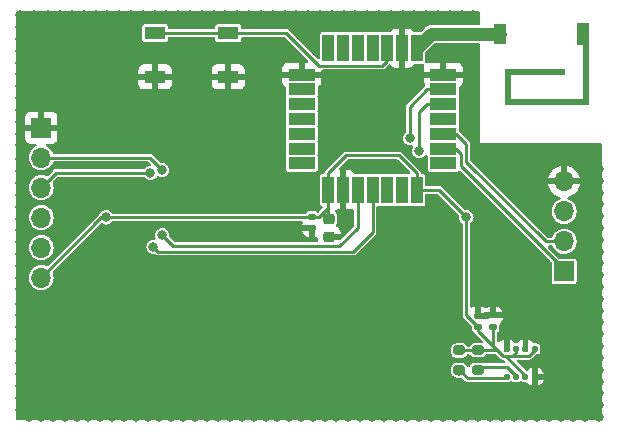
<source format=gtl>
G04 #@! TF.GenerationSoftware,KiCad,Pcbnew,(6.0.1)*
G04 #@! TF.CreationDate,2022-09-21T11:39:00+02:00*
G04 #@! TF.ProjectId,LoRa-E5_BME680,4c6f5261-2d45-4355-9f42-4d453638302e,rev?*
G04 #@! TF.SameCoordinates,Original*
G04 #@! TF.FileFunction,Copper,L1,Top*
G04 #@! TF.FilePolarity,Positive*
%FSLAX46Y46*%
G04 Gerber Fmt 4.6, Leading zero omitted, Abs format (unit mm)*
G04 Created by KiCad (PCBNEW (6.0.1)) date 2022-09-21 11:39:00*
%MOMM*%
%LPD*%
G01*
G04 APERTURE LIST*
G04 Aperture macros list*
%AMRoundRect*
0 Rectangle with rounded corners*
0 $1 Rounding radius*
0 $2 $3 $4 $5 $6 $7 $8 $9 X,Y pos of 4 corners*
0 Add a 4 corners polygon primitive as box body*
4,1,4,$2,$3,$4,$5,$6,$7,$8,$9,$2,$3,0*
0 Add four circle primitives for the rounded corners*
1,1,$1+$1,$2,$3*
1,1,$1+$1,$4,$5*
1,1,$1+$1,$6,$7*
1,1,$1+$1,$8,$9*
0 Add four rect primitives between the rounded corners*
20,1,$1+$1,$2,$3,$4,$5,0*
20,1,$1+$1,$4,$5,$6,$7,0*
20,1,$1+$1,$6,$7,$8,$9,0*
20,1,$1+$1,$8,$9,$2,$3,0*%
%AMFreePoly0*
4,1,13,0.500000,-6.000000,-6.600000,-6.000000,-6.600000,-3.000000,-1.500000,-3.000000,-1.500000,-3.500000,-6.100000,-3.500000,-6.100000,-5.500000,0.000000,-5.500000,0.000000,-0.900000,-0.500000,-0.900000,-0.500000,0.900000,0.500000,0.900000,0.500000,-6.000000,0.500000,-6.000000,$1*%
G04 Aperture macros list end*
G04 #@! TA.AperFunction,SMDPad,CuDef*
%ADD10RoundRect,0.225000X-0.250000X0.225000X-0.250000X-0.225000X0.250000X-0.225000X0.250000X0.225000X0*%
G04 #@! TD*
G04 #@! TA.AperFunction,ComponentPad*
%ADD11R,1.700000X1.700000*%
G04 #@! TD*
G04 #@! TA.AperFunction,ComponentPad*
%ADD12O,1.700000X1.700000*%
G04 #@! TD*
G04 #@! TA.AperFunction,SMDPad,CuDef*
%ADD13RoundRect,0.200000X0.275000X-0.200000X0.275000X0.200000X-0.275000X0.200000X-0.275000X-0.200000X0*%
G04 #@! TD*
G04 #@! TA.AperFunction,SMDPad,CuDef*
%ADD14RoundRect,0.140000X-0.170000X0.140000X-0.170000X-0.140000X0.170000X-0.140000X0.170000X0.140000X0*%
G04 #@! TD*
G04 #@! TA.AperFunction,SMDPad,CuDef*
%ADD15FreePoly0,0.000000*%
G04 #@! TD*
G04 #@! TA.AperFunction,SMDPad,CuDef*
%ADD16R,1.000000X1.800000*%
G04 #@! TD*
G04 #@! TA.AperFunction,SMDPad,CuDef*
%ADD17RoundRect,0.125000X0.125000X0.137500X-0.125000X0.137500X-0.125000X-0.137500X0.125000X-0.137500X0*%
G04 #@! TD*
G04 #@! TA.AperFunction,SMDPad,CuDef*
%ADD18R,1.000000X2.300000*%
G04 #@! TD*
G04 #@! TA.AperFunction,SMDPad,CuDef*
%ADD19R,2.300000X1.000000*%
G04 #@! TD*
G04 #@! TA.AperFunction,SMDPad,CuDef*
%ADD20R,1.800000X1.100000*%
G04 #@! TD*
G04 #@! TA.AperFunction,ViaPad*
%ADD21C,0.800000*%
G04 #@! TD*
G04 #@! TA.AperFunction,Conductor*
%ADD22C,0.250000*%
G04 #@! TD*
G04 #@! TA.AperFunction,Conductor*
%ADD23C,1.081950*%
G04 #@! TD*
G04 APERTURE END LIST*
D10*
X112242000Y-95376000D03*
X112242000Y-96926000D03*
D11*
X87842000Y-87676000D03*
D12*
X87842000Y-90216000D03*
X87842000Y-92756000D03*
X87842000Y-95296000D03*
X87842000Y-97836000D03*
X87842000Y-100376000D03*
D13*
X124817000Y-108168500D03*
X124817000Y-106518500D03*
D14*
X110742000Y-95216000D03*
X110742000Y-96176000D03*
D15*
X133692000Y-79751000D03*
D16*
X126692000Y-79751000D03*
D17*
X129642000Y-108776000D03*
X128842000Y-108776000D03*
X128042000Y-108776000D03*
X127242000Y-108776000D03*
X127242000Y-106401000D03*
X128042000Y-106401000D03*
X128842000Y-106401000D03*
X129642000Y-106401000D03*
D18*
X112150000Y-92950000D03*
X113400000Y-92950000D03*
X114650000Y-92950000D03*
X115900000Y-92950000D03*
X117150000Y-92950000D03*
X118400000Y-92950000D03*
X119650000Y-92950000D03*
D19*
X121900000Y-90700000D03*
X121900000Y-89450000D03*
X121900000Y-88200000D03*
X121900000Y-86950000D03*
X121900000Y-85700000D03*
X121900000Y-84450000D03*
X121900000Y-83200000D03*
D18*
X119650000Y-80950000D03*
X118400000Y-80950000D03*
X117150000Y-80950000D03*
X115900000Y-80950000D03*
X114650000Y-80950000D03*
X113400000Y-80950000D03*
X112150000Y-80950000D03*
D19*
X109900000Y-83200000D03*
X109900000Y-84450000D03*
X109900000Y-85700000D03*
X109900000Y-86950000D03*
X109900000Y-88200000D03*
X109900000Y-89450000D03*
X109900000Y-90700000D03*
D13*
X123242000Y-108193500D03*
X123242000Y-106543500D03*
D14*
X126121000Y-103583500D03*
X126121000Y-104543500D03*
D20*
X97484000Y-79684000D03*
X103684000Y-79684000D03*
X97484000Y-83384000D03*
X103684000Y-83384000D03*
D14*
X124851000Y-103608500D03*
X124851000Y-104568500D03*
D11*
X132117000Y-99851000D03*
D12*
X132117000Y-97311000D03*
X132117000Y-94771000D03*
X132117000Y-92231000D03*
D21*
X123842000Y-95276000D03*
X93342000Y-95276000D03*
X124842000Y-112176000D03*
X87842000Y-112176000D03*
X135042000Y-102176000D03*
X86042000Y-109576000D03*
X118842000Y-112176000D03*
X133842000Y-89526000D03*
X135042000Y-109176000D03*
X116842000Y-112176000D03*
X135042000Y-94176000D03*
X91442000Y-78176000D03*
X122842000Y-112176000D03*
X86042000Y-110576000D03*
X117842000Y-112176000D03*
X98442000Y-78176000D03*
X112842000Y-112176000D03*
X113342000Y-93276000D03*
X130842000Y-89526000D03*
X86042000Y-93376000D03*
X99842000Y-108176000D03*
X135042000Y-104176000D03*
X93442000Y-78176000D03*
X129842000Y-112176000D03*
X135042000Y-99176000D03*
X128842000Y-89526000D03*
X111442000Y-78176000D03*
X86042000Y-105576000D03*
X122642000Y-81076000D03*
X135042000Y-103176000D03*
X124442000Y-85576000D03*
X133842000Y-112176000D03*
X86042000Y-107576000D03*
X86042000Y-79176000D03*
X114842000Y-112176000D03*
X121842000Y-112176000D03*
X93842000Y-112176000D03*
X135042000Y-110176000D03*
X86042000Y-86176000D03*
X105442000Y-78176000D03*
X117442000Y-78176000D03*
X90842000Y-82176000D03*
X92442000Y-78176000D03*
X96842000Y-112176000D03*
X122442000Y-78176000D03*
X86042000Y-98376000D03*
X124842000Y-89526000D03*
X135042000Y-92176000D03*
X86042000Y-91376000D03*
X124442000Y-78176000D03*
X113842000Y-112176000D03*
X124442000Y-86576000D03*
X135042000Y-91176000D03*
X125842000Y-112176000D03*
X135042000Y-96176000D03*
X89842000Y-112176000D03*
X106842000Y-112176000D03*
X95842000Y-112176000D03*
X89442000Y-78176000D03*
X86042000Y-100376000D03*
X113442000Y-78176000D03*
X112442000Y-78176000D03*
X135042000Y-100176000D03*
X135042000Y-112176000D03*
X86042000Y-99376000D03*
X135042000Y-108176000D03*
X86042000Y-108576000D03*
X135042000Y-97176000D03*
X131842000Y-112176000D03*
X103842000Y-112176000D03*
X91242000Y-107976000D03*
X124442000Y-87576000D03*
X124442000Y-88576000D03*
X86042000Y-97376000D03*
X132842000Y-112176000D03*
X91842000Y-112176000D03*
X135042000Y-101176000D03*
X123842000Y-112176000D03*
X104842000Y-112176000D03*
X102842000Y-112176000D03*
X114442000Y-78176000D03*
X115842000Y-112176000D03*
X86042000Y-80176000D03*
X86042000Y-106576000D03*
X118442000Y-78176000D03*
X86042000Y-92376000D03*
X109442000Y-78176000D03*
X113442000Y-88876000D03*
X104442000Y-90976000D03*
X123642000Y-81076000D03*
X103442000Y-78176000D03*
X126842000Y-89526000D03*
X86042000Y-78176000D03*
X131842000Y-89526000D03*
X123442000Y-78176000D03*
X98842000Y-112176000D03*
X115442000Y-78176000D03*
X104442000Y-78176000D03*
X86042000Y-95376000D03*
X127842000Y-112176000D03*
X86042000Y-104576000D03*
X86042000Y-88176000D03*
X97842000Y-112176000D03*
X88842000Y-112176000D03*
X110842000Y-112176000D03*
X95442000Y-108176000D03*
X108842000Y-112176000D03*
X128842000Y-112176000D03*
X97442000Y-78176000D03*
X101842000Y-112176000D03*
X86042000Y-90376000D03*
X100842000Y-112176000D03*
X129842000Y-89526000D03*
X124442000Y-84576000D03*
X94842000Y-112176000D03*
X94442000Y-78176000D03*
X111842000Y-112176000D03*
X130842000Y-112176000D03*
X86042000Y-82176000D03*
X87242000Y-78176000D03*
X121742000Y-81076000D03*
X101442000Y-78176000D03*
X108442000Y-78176000D03*
X86042000Y-87176000D03*
X95442000Y-105376000D03*
X119442000Y-78176000D03*
X135042000Y-98176000D03*
X127842000Y-89526000D03*
X99442000Y-78176000D03*
X100442000Y-78176000D03*
X91242000Y-105376000D03*
X90842000Y-112176000D03*
X86042000Y-84176000D03*
X135042000Y-95176000D03*
X86042000Y-96376000D03*
X88442000Y-78176000D03*
X126842000Y-112176000D03*
X86042000Y-111576000D03*
X118442000Y-108176000D03*
X86042000Y-81176000D03*
X95442000Y-78176000D03*
X119842000Y-112176000D03*
X109842000Y-112176000D03*
X110442000Y-78176000D03*
X124442000Y-81576000D03*
X86842000Y-112176000D03*
X124442000Y-82576000D03*
X120842000Y-112176000D03*
X96442000Y-78176000D03*
X92842000Y-112176000D03*
X86042000Y-102576000D03*
X86042000Y-89176000D03*
X135042000Y-106176000D03*
X86042000Y-101376000D03*
X107442000Y-78176000D03*
X107842000Y-112176000D03*
X86042000Y-103576000D03*
X121442000Y-78176000D03*
X105842000Y-112176000D03*
X106442000Y-78176000D03*
X108842000Y-102576000D03*
X132842000Y-89526000D03*
X120442000Y-78176000D03*
X99842000Y-112176000D03*
X135042000Y-111176000D03*
X135042000Y-107176000D03*
X95642000Y-85176000D03*
X90442000Y-78176000D03*
X121042000Y-81676000D03*
X134842000Y-89526000D03*
X135042000Y-105176000D03*
X86042000Y-85176000D03*
X124442000Y-83576000D03*
X116442000Y-78176000D03*
X102442000Y-78176000D03*
X135042000Y-93176000D03*
X86042000Y-83176000D03*
X125842000Y-89526000D03*
X86042000Y-94376000D03*
X118242000Y-84176000D03*
X98092000Y-91276000D03*
X98092000Y-96776000D03*
X97092000Y-91526000D03*
X97342000Y-97776000D03*
X97584000Y-79659000D03*
X119042000Y-88576000D03*
X123242000Y-108276000D03*
X124817000Y-108168500D03*
X119842000Y-89676000D03*
D22*
X112150000Y-94468000D02*
X112150000Y-95284000D01*
X112150000Y-95284000D02*
X112242000Y-95376000D01*
X112150000Y-94468000D02*
X112150000Y-92950000D01*
X111342000Y-95276000D02*
X112150000Y-94468000D01*
X99042480Y-97726480D02*
X98092000Y-96776000D01*
X113091520Y-97726480D02*
X99042480Y-97726480D01*
X114650000Y-96168000D02*
X113091520Y-97726480D01*
X114650000Y-92950000D02*
X114650000Y-96168000D01*
X97742000Y-98176000D02*
X97342000Y-97776000D01*
X114242000Y-98176000D02*
X97742000Y-98176000D01*
X115900000Y-92950000D02*
X115900000Y-96518000D01*
X115900000Y-96518000D02*
X114242000Y-98176000D01*
D23*
X120849000Y-79751000D02*
X119650000Y-80950000D01*
X126692000Y-79751000D02*
X120849000Y-79751000D01*
D22*
X118126000Y-90026000D02*
X113674000Y-90026000D01*
X123242000Y-106543500D02*
X124792000Y-106543500D01*
X126461283Y-106518500D02*
X126930803Y-106988020D01*
X119650000Y-92950000D02*
X121516000Y-92950000D01*
X119650000Y-92950000D02*
X119650000Y-91550000D01*
X128842000Y-108776000D02*
X128842000Y-108677783D01*
X93342000Y-95276000D02*
X111342000Y-95276000D01*
X127152237Y-106988020D02*
X126930803Y-106988020D01*
X129642000Y-106499217D02*
X129153197Y-106988020D01*
X128842000Y-108677783D02*
X127152237Y-106988020D01*
X123842000Y-103566430D02*
X124844070Y-104568500D01*
X127793480Y-106988020D02*
X128042000Y-106739500D01*
X124844070Y-104568500D02*
X124851000Y-104568500D01*
X124851000Y-104568500D02*
X124851000Y-104908217D01*
X121516000Y-92950000D02*
X123842000Y-95276000D01*
X113674000Y-90026000D02*
X112150000Y-91550000D01*
X129153197Y-106988020D02*
X126930803Y-106988020D01*
X129642000Y-106401000D02*
X129642000Y-106499217D01*
X126930803Y-106988020D02*
X127793480Y-106988020D01*
X124817000Y-106518500D02*
X126461283Y-106518500D01*
X126121000Y-104543500D02*
X126121000Y-106178217D01*
X87842000Y-100376000D02*
X92942000Y-95276000D01*
X123842000Y-95276000D02*
X123842000Y-103566430D01*
X92942000Y-95276000D02*
X93342000Y-95276000D01*
X124792000Y-106543500D02*
X124817000Y-106518500D01*
X124851000Y-104908217D02*
X126461283Y-106518500D01*
X119650000Y-91550000D02*
X118126000Y-90026000D01*
X126121000Y-106178217D02*
X126930803Y-106988020D01*
X128042000Y-106739500D02*
X128042000Y-106401000D01*
X112150000Y-91550000D02*
X112150000Y-92950000D01*
X98092000Y-91276000D02*
X97032000Y-90216000D01*
X97032000Y-90216000D02*
X87842000Y-90216000D01*
X89072000Y-91526000D02*
X87842000Y-92756000D01*
X97092000Y-91526000D02*
X89072000Y-91526000D01*
X103584000Y-79659000D02*
X108559978Y-79659000D01*
X116724511Y-82424511D02*
X117150000Y-81999022D01*
X97584000Y-79659000D02*
X103584000Y-79659000D01*
X117150000Y-81999022D02*
X117150000Y-80950000D01*
X111325489Y-82424511D02*
X116724511Y-82424511D01*
X108559978Y-79659000D02*
X111325489Y-82424511D01*
X123824031Y-89075009D02*
X122949022Y-88200000D01*
X122949022Y-88200000D02*
X121900000Y-88200000D01*
X132117000Y-97311000D02*
X130577000Y-97311000D01*
X123824031Y-90558031D02*
X123824031Y-89075009D01*
X130577000Y-97311000D02*
X123824031Y-90558031D01*
X121900000Y-89450000D02*
X122949022Y-89450000D01*
X123374511Y-89875489D02*
X123374511Y-90908511D01*
X123374511Y-90908511D02*
X132117000Y-99651000D01*
X132117000Y-99651000D02*
X132117000Y-99851000D01*
X122949022Y-89450000D02*
X123374511Y-89875489D01*
X119042000Y-85908000D02*
X119042000Y-88576000D01*
X123242000Y-108193500D02*
X123941520Y-108893020D01*
X120500000Y-84450000D02*
X119042000Y-85908000D01*
X127124980Y-108893020D02*
X127242000Y-108776000D01*
X121900000Y-84450000D02*
X120500000Y-84450000D01*
X123941520Y-108893020D02*
X127124980Y-108893020D01*
X120500000Y-85700000D02*
X119842000Y-86358000D01*
X119842000Y-86358000D02*
X119842000Y-89676000D01*
X128042000Y-108776000D02*
X128042000Y-108677783D01*
X127307717Y-107943500D02*
X125042000Y-107943500D01*
X121900000Y-85700000D02*
X120500000Y-85700000D01*
X128042000Y-108677783D02*
X127307717Y-107943500D01*
G04 #@! TA.AperFunction,Conductor*
G36*
X124910121Y-77845002D02*
G01*
X124956614Y-77898658D01*
X124968000Y-77951000D01*
X124968000Y-78883525D01*
X124947998Y-78951646D01*
X124894342Y-78998139D01*
X124842000Y-79009525D01*
X120914775Y-79009525D01*
X120895825Y-79008092D01*
X120882287Y-79006032D01*
X120882283Y-79006032D01*
X120875053Y-79004932D01*
X120867761Y-79005525D01*
X120867758Y-79005525D01*
X120823686Y-79009110D01*
X120813471Y-79009525D01*
X120805703Y-79009525D01*
X120797555Y-79010475D01*
X120778166Y-79012735D01*
X120773791Y-79013168D01*
X120744400Y-79015559D01*
X120702721Y-79018949D01*
X120695761Y-79021204D01*
X120690157Y-79022323D01*
X120684534Y-79023652D01*
X120677263Y-79024500D01*
X120610189Y-79048847D01*
X120606146Y-79050235D01*
X120538236Y-79072234D01*
X120531972Y-79076035D01*
X120526758Y-79078422D01*
X120521621Y-79080994D01*
X120514738Y-79083493D01*
X120477078Y-79108184D01*
X120455113Y-79122585D01*
X120451409Y-79124922D01*
X120390421Y-79161931D01*
X120382238Y-79169158D01*
X120382219Y-79169137D01*
X120379004Y-79171990D01*
X120376265Y-79174280D01*
X120370143Y-79178294D01*
X120365110Y-79183607D01*
X120318097Y-79233235D01*
X120315719Y-79235677D01*
X119988801Y-79562595D01*
X119926489Y-79596621D01*
X119899706Y-79599500D01*
X119447646Y-79599500D01*
X119379525Y-79579498D01*
X119346820Y-79549065D01*
X119268285Y-79444276D01*
X119255724Y-79431715D01*
X119153649Y-79355214D01*
X119138054Y-79346676D01*
X119017606Y-79301522D01*
X119002351Y-79297895D01*
X118951486Y-79292369D01*
X118944672Y-79292000D01*
X118672115Y-79292000D01*
X118656876Y-79296475D01*
X118655671Y-79297865D01*
X118654000Y-79305548D01*
X118654000Y-82589884D01*
X118658475Y-82605123D01*
X118659865Y-82606328D01*
X118667548Y-82607999D01*
X118944669Y-82607999D01*
X118951490Y-82607629D01*
X119002352Y-82602105D01*
X119017604Y-82598479D01*
X119138054Y-82553324D01*
X119153649Y-82544786D01*
X119255724Y-82468285D01*
X119268285Y-82455724D01*
X119346820Y-82350935D01*
X119403679Y-82308420D01*
X119447646Y-82300500D01*
X120169748Y-82300500D01*
X120169748Y-82301757D01*
X120233024Y-82313759D01*
X120284551Y-82362600D01*
X120301492Y-82431546D01*
X120293600Y-82470152D01*
X120251522Y-82582394D01*
X120247895Y-82597649D01*
X120242369Y-82648514D01*
X120242000Y-82655328D01*
X120242000Y-82927885D01*
X120246475Y-82943124D01*
X120247865Y-82944329D01*
X120255548Y-82946000D01*
X121627885Y-82946000D01*
X121643124Y-82941525D01*
X121644329Y-82940135D01*
X121646000Y-82932452D01*
X121646000Y-82927885D01*
X122154000Y-82927885D01*
X122158475Y-82943124D01*
X122159865Y-82944329D01*
X122167548Y-82946000D01*
X123539884Y-82946000D01*
X123555123Y-82941525D01*
X123556328Y-82940135D01*
X123557999Y-82932452D01*
X123557999Y-82655331D01*
X123557629Y-82648510D01*
X123552105Y-82597648D01*
X123548479Y-82582396D01*
X123503324Y-82461946D01*
X123494786Y-82446351D01*
X123418285Y-82344276D01*
X123405724Y-82331715D01*
X123303649Y-82255214D01*
X123288054Y-82246676D01*
X123167606Y-82201522D01*
X123152351Y-82197895D01*
X123101486Y-82192369D01*
X123094672Y-82192000D01*
X122172115Y-82192000D01*
X122156876Y-82196475D01*
X122155671Y-82197865D01*
X122154000Y-82205548D01*
X122154000Y-82927885D01*
X121646000Y-82927885D01*
X121646000Y-82210116D01*
X121641525Y-82194877D01*
X121640135Y-82193672D01*
X121632452Y-82192001D01*
X120705331Y-82192001D01*
X120698510Y-82192371D01*
X120647648Y-82197895D01*
X120632397Y-82201521D01*
X120520152Y-82243600D01*
X120449345Y-82248783D01*
X120386976Y-82214862D01*
X120352846Y-82152607D01*
X120350910Y-82119748D01*
X120350500Y-82119748D01*
X120350500Y-81350294D01*
X120370502Y-81282173D01*
X120387405Y-81261199D01*
X121119224Y-80529380D01*
X121181536Y-80495354D01*
X121208319Y-80492475D01*
X124842000Y-80492475D01*
X124910121Y-80512477D01*
X124956614Y-80566133D01*
X124968000Y-80618475D01*
X124968000Y-89017000D01*
X135199000Y-89017000D01*
X135267121Y-89037002D01*
X135313614Y-89090658D01*
X135325000Y-89143000D01*
X135325000Y-112299000D01*
X135304998Y-112367121D01*
X135251342Y-112413614D01*
X135199000Y-112425000D01*
X85851000Y-112425000D01*
X85782879Y-112404998D01*
X85736386Y-112351342D01*
X85725000Y-112299000D01*
X85725000Y-100361262D01*
X86786520Y-100361262D01*
X86803759Y-100566553D01*
X86805458Y-100572478D01*
X86849714Y-100726816D01*
X86860544Y-100764586D01*
X86863359Y-100770063D01*
X86863360Y-100770066D01*
X86930908Y-100901500D01*
X86954712Y-100947818D01*
X87082677Y-101109270D01*
X87239564Y-101242791D01*
X87419398Y-101343297D01*
X87514238Y-101374113D01*
X87609471Y-101405056D01*
X87609475Y-101405057D01*
X87615329Y-101406959D01*
X87819894Y-101431351D01*
X87826029Y-101430879D01*
X87826031Y-101430879D01*
X87882039Y-101426569D01*
X88025300Y-101415546D01*
X88031230Y-101413890D01*
X88031232Y-101413890D01*
X88217797Y-101361800D01*
X88217796Y-101361800D01*
X88223725Y-101360145D01*
X88229214Y-101357372D01*
X88229220Y-101357370D01*
X88402116Y-101270033D01*
X88407610Y-101267258D01*
X88569951Y-101140424D01*
X88704564Y-100984472D01*
X88725387Y-100947818D01*
X88779567Y-100852443D01*
X88806323Y-100805344D01*
X88871351Y-100609863D01*
X88897171Y-100405474D01*
X88897583Y-100376000D01*
X88877480Y-100170970D01*
X88817935Y-99973749D01*
X88816312Y-99970696D01*
X88808944Y-99901024D01*
X88843808Y-99834518D01*
X92869718Y-95808609D01*
X92932030Y-95774583D01*
X93002846Y-95779648D01*
X93025112Y-95791977D01*
X93025457Y-95791380D01*
X93032605Y-95795507D01*
X93039159Y-95800536D01*
X93185238Y-95861044D01*
X93193426Y-95862122D01*
X93219533Y-95865559D01*
X93342000Y-95881682D01*
X93350188Y-95880604D01*
X93490574Y-95862122D01*
X93498762Y-95861044D01*
X93644841Y-95800536D01*
X93770282Y-95704282D01*
X93811323Y-95650796D01*
X93868661Y-95608929D01*
X93911286Y-95601500D01*
X109857609Y-95601500D01*
X109925730Y-95621502D01*
X109972223Y-95675158D01*
X109982327Y-95745432D01*
X109973245Y-95777543D01*
X109970357Y-95784216D01*
X109935381Y-95904605D01*
X109935421Y-95918705D01*
X109942691Y-95922000D01*
X110870000Y-95922000D01*
X110938121Y-95942002D01*
X110984614Y-95995658D01*
X110996000Y-96048000D01*
X110996000Y-96944424D01*
X111000344Y-96959219D01*
X111010775Y-96961063D01*
X111020359Y-96959312D01*
X111097847Y-96936800D01*
X111168843Y-96937003D01*
X111228460Y-96975557D01*
X111257768Y-97040222D01*
X111259000Y-97057797D01*
X111259000Y-97196438D01*
X111259337Y-97202952D01*
X111265462Y-97261975D01*
X111252598Y-97331796D01*
X111204028Y-97383579D01*
X111140135Y-97400980D01*
X99229496Y-97400980D01*
X99161375Y-97380978D01*
X99140401Y-97364075D01*
X98724709Y-96948383D01*
X98690683Y-96886071D01*
X98688882Y-96842842D01*
X98689767Y-96836124D01*
X98697682Y-96776000D01*
X98682207Y-96658452D01*
X98678122Y-96627426D01*
X98677044Y-96619238D01*
X98616536Y-96473159D01*
X98592528Y-96441871D01*
X109933776Y-96441871D01*
X109970357Y-96567784D01*
X109976604Y-96582220D01*
X110051876Y-96709499D01*
X110061516Y-96721926D01*
X110166074Y-96826484D01*
X110178501Y-96836124D01*
X110305780Y-96911396D01*
X110320216Y-96917643D01*
X110463641Y-96959312D01*
X110471609Y-96960768D01*
X110485031Y-96957948D01*
X110488000Y-96946487D01*
X110488000Y-96448115D01*
X110483525Y-96432876D01*
X110482135Y-96431671D01*
X110474452Y-96430000D01*
X109948442Y-96430000D01*
X109934911Y-96433973D01*
X109933776Y-96441871D01*
X98592528Y-96441871D01*
X98520282Y-96347718D01*
X98511302Y-96340827D01*
X98479878Y-96316715D01*
X98394841Y-96251464D01*
X98248762Y-96190956D01*
X98092000Y-96170318D01*
X97935238Y-96190956D01*
X97789159Y-96251464D01*
X97704122Y-96316715D01*
X97672699Y-96340827D01*
X97663718Y-96347718D01*
X97567464Y-96473159D01*
X97506956Y-96619238D01*
X97505878Y-96627426D01*
X97501793Y-96658452D01*
X97486318Y-96776000D01*
X97506956Y-96932762D01*
X97510115Y-96940389D01*
X97510116Y-96940392D01*
X97537028Y-97005363D01*
X97544617Y-97075953D01*
X97512837Y-97139440D01*
X97451779Y-97175667D01*
X97404173Y-97178503D01*
X97350188Y-97171396D01*
X97342000Y-97170318D01*
X97185238Y-97190956D01*
X97039159Y-97251464D01*
X97025461Y-97261975D01*
X96923159Y-97340474D01*
X96913718Y-97347718D01*
X96817464Y-97473159D01*
X96756956Y-97619238D01*
X96736318Y-97776000D01*
X96756956Y-97932762D01*
X96817464Y-98078841D01*
X96913718Y-98204282D01*
X97039159Y-98300536D01*
X97185238Y-98361044D01*
X97193426Y-98362122D01*
X97221964Y-98365879D01*
X97342000Y-98381682D01*
X97350188Y-98380604D01*
X97406452Y-98373197D01*
X97476601Y-98384137D01*
X97519418Y-98417126D01*
X97522457Y-98420747D01*
X97529545Y-98429194D01*
X97562184Y-98448038D01*
X97571452Y-98453942D01*
X97602316Y-98475553D01*
X97612962Y-98478406D01*
X97616130Y-98479883D01*
X97619407Y-98481076D01*
X97628955Y-98486588D01*
X97658508Y-98491799D01*
X97666069Y-98493132D01*
X97676803Y-98495512D01*
X97713193Y-98505263D01*
X97724169Y-98504303D01*
X97724172Y-98504303D01*
X97750731Y-98501979D01*
X97761712Y-98501500D01*
X114222290Y-98501500D01*
X114233272Y-98501980D01*
X114259820Y-98504303D01*
X114259822Y-98504303D01*
X114270807Y-98505264D01*
X114307215Y-98495508D01*
X114317942Y-98493130D01*
X114321301Y-98492538D01*
X114355045Y-98486588D01*
X114364590Y-98481077D01*
X114367866Y-98479885D01*
X114371034Y-98478408D01*
X114381684Y-98475554D01*
X114412547Y-98453943D01*
X114421815Y-98448039D01*
X114444906Y-98434707D01*
X114454455Y-98429194D01*
X114478685Y-98400317D01*
X114486111Y-98392215D01*
X116116215Y-96762111D01*
X116124319Y-96754684D01*
X116144749Y-96737541D01*
X116153194Y-96730455D01*
X116159211Y-96720033D01*
X116172039Y-96697815D01*
X116177945Y-96688544D01*
X116181557Y-96683386D01*
X116199554Y-96657684D01*
X116202408Y-96647034D01*
X116203885Y-96643866D01*
X116205077Y-96640590D01*
X116210588Y-96631045D01*
X116217130Y-96593942D01*
X116219509Y-96583210D01*
X116229264Y-96546807D01*
X116225980Y-96509272D01*
X116225500Y-96498290D01*
X116225500Y-94426500D01*
X116245502Y-94358379D01*
X116299158Y-94311886D01*
X116351500Y-94300500D01*
X116419748Y-94300500D01*
X116478231Y-94288867D01*
X116482112Y-94286274D01*
X116547370Y-94279257D01*
X116565239Y-94284504D01*
X116571769Y-94288867D01*
X116630252Y-94300500D01*
X117669748Y-94300500D01*
X117728231Y-94288867D01*
X117732112Y-94286274D01*
X117797370Y-94279257D01*
X117815239Y-94284504D01*
X117821769Y-94288867D01*
X117880252Y-94300500D01*
X118919748Y-94300500D01*
X118978231Y-94288867D01*
X118982112Y-94286274D01*
X119047370Y-94279257D01*
X119065239Y-94284504D01*
X119071769Y-94288867D01*
X119130252Y-94300500D01*
X120169748Y-94300500D01*
X120175816Y-94299293D01*
X120216061Y-94291288D01*
X120216062Y-94291288D01*
X120228231Y-94288867D01*
X120294552Y-94244552D01*
X120338867Y-94178231D01*
X120350500Y-94119748D01*
X120350500Y-93401500D01*
X120370502Y-93333379D01*
X120424158Y-93286886D01*
X120476500Y-93275500D01*
X121328984Y-93275500D01*
X121397105Y-93295502D01*
X121418079Y-93312405D01*
X123209291Y-95103617D01*
X123243317Y-95165929D01*
X123245118Y-95209157D01*
X123236318Y-95276000D01*
X123256956Y-95432762D01*
X123317464Y-95578841D01*
X123413718Y-95704282D01*
X123420264Y-95709305D01*
X123467204Y-95745323D01*
X123509071Y-95802661D01*
X123516500Y-95845286D01*
X123516500Y-103546720D01*
X123516020Y-103557702D01*
X123512736Y-103595237D01*
X123515590Y-103605886D01*
X123522491Y-103631640D01*
X123524870Y-103642372D01*
X123531412Y-103679475D01*
X123536923Y-103689020D01*
X123538115Y-103692296D01*
X123539592Y-103695464D01*
X123542446Y-103706114D01*
X123548770Y-103715145D01*
X123564055Y-103736974D01*
X123569961Y-103746245D01*
X123583293Y-103769336D01*
X123588806Y-103778885D01*
X123597251Y-103785971D01*
X123617682Y-103803115D01*
X123625785Y-103810541D01*
X124303595Y-104488351D01*
X124337621Y-104550663D01*
X124340500Y-104577445D01*
X124340501Y-104748400D01*
X124347028Y-104797987D01*
X124351101Y-104806721D01*
X124351101Y-104806722D01*
X124393116Y-104896823D01*
X124397776Y-104906816D01*
X124482684Y-104991724D01*
X124498214Y-104998965D01*
X124550722Y-105045197D01*
X124551446Y-105047901D01*
X124556690Y-105055390D01*
X124573055Y-105078761D01*
X124578961Y-105088032D01*
X124579059Y-105088201D01*
X124597806Y-105120672D01*
X124606251Y-105127758D01*
X124626682Y-105144902D01*
X124634785Y-105152328D01*
X125185362Y-105702905D01*
X125219388Y-105765217D01*
X125214323Y-105836032D01*
X125171776Y-105892868D01*
X125105256Y-105917679D01*
X125096267Y-105918000D01*
X124604797Y-105918001D01*
X124510482Y-105918001D01*
X124505589Y-105918776D01*
X124505588Y-105918776D01*
X124426494Y-105931302D01*
X124426492Y-105931303D01*
X124416696Y-105932854D01*
X124407859Y-105937357D01*
X124407858Y-105937357D01*
X124396817Y-105942983D01*
X124303658Y-105990450D01*
X124213950Y-106080158D01*
X124209450Y-106088990D01*
X124178770Y-106149203D01*
X124130022Y-106200818D01*
X124066503Y-106218000D01*
X123979759Y-106218000D01*
X123911638Y-106197998D01*
X123867492Y-106149203D01*
X123849550Y-106113990D01*
X123845050Y-106105158D01*
X123755342Y-106015450D01*
X123642304Y-105957854D01*
X123632515Y-105956304D01*
X123632513Y-105956303D01*
X123605151Y-105951970D01*
X123548519Y-105943000D01*
X123242062Y-105943000D01*
X122935482Y-105943001D01*
X122930589Y-105943776D01*
X122930588Y-105943776D01*
X122851494Y-105956302D01*
X122851492Y-105956303D01*
X122841696Y-105957854D01*
X122728658Y-106015450D01*
X122638950Y-106105158D01*
X122581354Y-106218196D01*
X122579804Y-106227985D01*
X122579803Y-106227987D01*
X122575470Y-106255349D01*
X122566500Y-106311981D01*
X122566501Y-106775018D01*
X122567276Y-106779911D01*
X122567276Y-106779912D01*
X122578960Y-106853686D01*
X122581354Y-106868804D01*
X122585857Y-106877641D01*
X122585857Y-106877642D01*
X122591645Y-106889002D01*
X122638950Y-106981842D01*
X122728658Y-107071550D01*
X122841696Y-107129146D01*
X122851485Y-107130696D01*
X122851487Y-107130697D01*
X122878849Y-107135030D01*
X122935481Y-107144000D01*
X123241938Y-107144000D01*
X123548518Y-107143999D01*
X123553412Y-107143224D01*
X123632506Y-107130698D01*
X123632508Y-107130697D01*
X123642304Y-107129146D01*
X123755342Y-107071550D01*
X123845050Y-106981842D01*
X123867492Y-106937797D01*
X123916240Y-106886182D01*
X123979759Y-106869000D01*
X124091979Y-106869000D01*
X124160100Y-106889002D01*
X124204246Y-106937797D01*
X124213950Y-106956842D01*
X124303658Y-107046550D01*
X124416696Y-107104146D01*
X124426485Y-107105696D01*
X124426487Y-107105697D01*
X124453849Y-107110030D01*
X124510481Y-107119000D01*
X124816938Y-107119000D01*
X125123518Y-107118999D01*
X125128412Y-107118224D01*
X125207506Y-107105698D01*
X125207508Y-107105697D01*
X125217304Y-107104146D01*
X125330342Y-107046550D01*
X125420050Y-106956842D01*
X125442492Y-106912797D01*
X125491240Y-106861182D01*
X125554759Y-106844000D01*
X126274266Y-106844000D01*
X126342387Y-106864002D01*
X126363361Y-106880905D01*
X126686698Y-107204242D01*
X126694118Y-107212338D01*
X126718348Y-107241214D01*
X126727897Y-107246727D01*
X126750988Y-107260059D01*
X126760259Y-107265965D01*
X126791119Y-107287574D01*
X126801769Y-107290428D01*
X126804937Y-107291905D01*
X126808213Y-107293097D01*
X126817758Y-107298608D01*
X126851502Y-107304558D01*
X126854861Y-107305150D01*
X126865588Y-107307528D01*
X126901996Y-107317284D01*
X126912972Y-107316324D01*
X126912975Y-107316324D01*
X126939546Y-107313999D01*
X126950527Y-107313520D01*
X126965221Y-107313520D01*
X127033342Y-107333522D01*
X127054316Y-107350425D01*
X127106796Y-107402905D01*
X127140822Y-107465217D01*
X127135757Y-107536032D01*
X127093210Y-107592868D01*
X127026690Y-107617679D01*
X127017701Y-107618000D01*
X125316532Y-107618000D01*
X125259329Y-107604267D01*
X125217304Y-107582854D01*
X125207515Y-107581304D01*
X125207513Y-107581303D01*
X125180151Y-107576970D01*
X125123519Y-107568000D01*
X124864621Y-107568000D01*
X124848176Y-107566922D01*
X124825189Y-107563896D01*
X124817000Y-107562818D01*
X124785820Y-107566923D01*
X124769375Y-107568001D01*
X124510482Y-107568001D01*
X124505589Y-107568776D01*
X124505588Y-107568776D01*
X124426494Y-107581302D01*
X124426492Y-107581303D01*
X124416696Y-107582854D01*
X124407859Y-107587357D01*
X124407858Y-107587357D01*
X124396783Y-107593000D01*
X124303658Y-107640450D01*
X124213950Y-107730158D01*
X124156354Y-107843196D01*
X124154804Y-107852985D01*
X124154803Y-107852987D01*
X124151969Y-107870882D01*
X124121557Y-107935035D01*
X124061288Y-107972562D01*
X123990299Y-107971548D01*
X123931127Y-107932315D01*
X123910192Y-107886470D01*
X123907261Y-107887422D01*
X123904198Y-107877993D01*
X123902646Y-107868196D01*
X123845050Y-107755158D01*
X123755342Y-107665450D01*
X123642304Y-107607854D01*
X123632515Y-107606304D01*
X123632513Y-107606303D01*
X123605151Y-107601970D01*
X123548519Y-107593000D01*
X123242062Y-107593000D01*
X122935482Y-107593001D01*
X122930589Y-107593776D01*
X122930588Y-107593776D01*
X122851494Y-107606302D01*
X122851492Y-107606303D01*
X122841696Y-107607854D01*
X122728658Y-107665450D01*
X122638950Y-107755158D01*
X122581354Y-107868196D01*
X122566500Y-107961981D01*
X122566501Y-108425018D01*
X122567276Y-108429911D01*
X122567276Y-108429912D01*
X122579625Y-108507885D01*
X122581354Y-108518804D01*
X122638950Y-108631842D01*
X122728658Y-108721550D01*
X122841696Y-108779146D01*
X122851487Y-108780697D01*
X122851488Y-108780697D01*
X122864808Y-108782807D01*
X122904857Y-108789150D01*
X122938884Y-108801201D01*
X122939159Y-108800536D01*
X123085238Y-108861044D01*
X123093426Y-108862122D01*
X123163619Y-108871363D01*
X123242000Y-108881682D01*
X123381745Y-108863284D01*
X123451892Y-108874223D01*
X123487285Y-108899111D01*
X123697409Y-109109235D01*
X123704836Y-109117339D01*
X123729065Y-109146214D01*
X123738614Y-109151727D01*
X123761705Y-109165059D01*
X123770976Y-109170965D01*
X123801836Y-109192574D01*
X123812486Y-109195428D01*
X123815654Y-109196905D01*
X123818930Y-109198097D01*
X123828475Y-109203608D01*
X123862219Y-109209558D01*
X123865578Y-109210150D01*
X123876305Y-109212528D01*
X123912713Y-109222284D01*
X123923689Y-109221324D01*
X123923692Y-109221324D01*
X123950263Y-109218999D01*
X123961244Y-109218520D01*
X126972986Y-109218520D01*
X127013052Y-109227402D01*
X127013464Y-109225988D01*
X127022720Y-109228686D01*
X127031455Y-109232759D01*
X127041009Y-109234017D01*
X127041010Y-109234017D01*
X127074759Y-109238460D01*
X127078861Y-109239000D01*
X127241940Y-109239000D01*
X127405138Y-109238999D01*
X127452545Y-109232759D01*
X127464034Y-109227402D01*
X127546590Y-109188905D01*
X127556579Y-109184247D01*
X127564374Y-109176452D01*
X127569728Y-109172703D01*
X127637002Y-109150014D01*
X127705862Y-109167298D01*
X127714272Y-109172703D01*
X127719626Y-109176452D01*
X127727421Y-109184247D01*
X127737410Y-109188905D01*
X127816935Y-109225988D01*
X127831455Y-109232759D01*
X127878861Y-109239000D01*
X128041940Y-109239000D01*
X128205138Y-109238999D01*
X128252545Y-109232759D01*
X128264034Y-109227402D01*
X128346590Y-109188905D01*
X128356579Y-109184247D01*
X128364374Y-109176452D01*
X128369728Y-109172703D01*
X128437002Y-109150014D01*
X128505862Y-109167298D01*
X128514272Y-109172703D01*
X128519626Y-109176452D01*
X128527421Y-109184247D01*
X128537410Y-109188905D01*
X128616935Y-109225988D01*
X128631455Y-109232759D01*
X128678861Y-109239000D01*
X128691425Y-109239000D01*
X128902219Y-109238999D01*
X128970339Y-109259001D01*
X129002618Y-109292505D01*
X129003960Y-109291464D01*
X129018463Y-109310160D01*
X129120335Y-109412032D01*
X129132773Y-109421681D01*
X129256783Y-109495020D01*
X129271220Y-109501268D01*
X129374605Y-109531304D01*
X129388705Y-109531264D01*
X129392000Y-109523994D01*
X129392000Y-109518243D01*
X129892000Y-109518243D01*
X129895973Y-109531774D01*
X129903871Y-109532909D01*
X130012780Y-109501268D01*
X130027217Y-109495020D01*
X130151227Y-109421681D01*
X130163665Y-109412032D01*
X130265532Y-109310165D01*
X130275181Y-109297727D01*
X130348520Y-109173717D01*
X130354768Y-109159280D01*
X130388435Y-109043395D01*
X130388395Y-109029295D01*
X130381125Y-109026000D01*
X129910115Y-109026000D01*
X129894876Y-109030475D01*
X129893671Y-109031865D01*
X129892000Y-109039548D01*
X129892000Y-109518243D01*
X129392000Y-109518243D01*
X129392000Y-108507885D01*
X129892000Y-108507885D01*
X129896475Y-108523124D01*
X129897865Y-108524329D01*
X129905548Y-108526000D01*
X130375374Y-108526000D01*
X130388905Y-108522027D01*
X130390040Y-108514129D01*
X130354768Y-108392720D01*
X130348520Y-108378283D01*
X130275181Y-108254273D01*
X130265532Y-108241835D01*
X130163665Y-108139968D01*
X130151227Y-108130319D01*
X130027217Y-108056980D01*
X130012780Y-108050732D01*
X129909395Y-108020696D01*
X129895295Y-108020736D01*
X129892000Y-108028006D01*
X129892000Y-108507885D01*
X129392000Y-108507885D01*
X129392000Y-108033757D01*
X129388027Y-108020226D01*
X129380129Y-108019091D01*
X129271220Y-108050732D01*
X129256783Y-108056980D01*
X129132773Y-108130319D01*
X129120335Y-108139968D01*
X129031518Y-108228785D01*
X128969206Y-108262811D01*
X128898391Y-108257746D01*
X128853328Y-108228785D01*
X128153158Y-107528615D01*
X128119132Y-107466303D01*
X128124197Y-107395488D01*
X128166744Y-107338652D01*
X128233264Y-107313841D01*
X128242253Y-107313520D01*
X129133487Y-107313520D01*
X129144469Y-107314000D01*
X129171017Y-107316323D01*
X129171019Y-107316323D01*
X129182004Y-107317284D01*
X129218412Y-107307528D01*
X129229139Y-107305150D01*
X129232498Y-107304558D01*
X129266242Y-107298608D01*
X129275787Y-107293097D01*
X129279063Y-107291905D01*
X129282231Y-107290428D01*
X129292881Y-107287574D01*
X129323741Y-107265965D01*
X129333012Y-107260059D01*
X129356103Y-107246727D01*
X129365652Y-107241214D01*
X129389882Y-107212337D01*
X129397308Y-107204235D01*
X129700639Y-106900904D01*
X129762951Y-106866878D01*
X129789734Y-106863999D01*
X129805138Y-106863999D01*
X129852545Y-106857759D01*
X129882052Y-106844000D01*
X129946586Y-106813907D01*
X129946587Y-106813906D01*
X129956579Y-106809247D01*
X130037747Y-106728079D01*
X130086259Y-106624045D01*
X130092500Y-106576639D01*
X130092499Y-106225362D01*
X130086259Y-106177955D01*
X130037747Y-106073921D01*
X129956579Y-105992753D01*
X129891391Y-105962355D01*
X129861282Y-105948315D01*
X129861281Y-105948315D01*
X129852545Y-105944241D01*
X129805139Y-105938000D01*
X129792575Y-105938000D01*
X129581781Y-105938001D01*
X129513661Y-105917999D01*
X129481382Y-105884495D01*
X129480040Y-105885536D01*
X129465537Y-105866840D01*
X129363665Y-105764968D01*
X129351227Y-105755319D01*
X129227217Y-105681980D01*
X129212780Y-105675732D01*
X129109395Y-105645696D01*
X129095295Y-105645736D01*
X129092000Y-105653006D01*
X129092000Y-106525000D01*
X129071998Y-106593121D01*
X129018342Y-106639614D01*
X128966000Y-106651000D01*
X128718000Y-106651000D01*
X128649879Y-106630998D01*
X128603386Y-106577342D01*
X128592000Y-106525000D01*
X128592000Y-105658757D01*
X128588027Y-105645226D01*
X128580129Y-105644091D01*
X128471220Y-105675732D01*
X128456783Y-105681980D01*
X128332773Y-105755319D01*
X128320335Y-105764968D01*
X128218468Y-105866835D01*
X128203962Y-105885535D01*
X128202132Y-105884116D01*
X128158771Y-105924596D01*
X128102220Y-105938000D01*
X128042001Y-105938000D01*
X127981781Y-105938001D01*
X127913661Y-105918000D01*
X127881381Y-105884495D01*
X127880040Y-105885536D01*
X127865537Y-105866840D01*
X127763665Y-105764968D01*
X127751227Y-105755319D01*
X127627217Y-105681980D01*
X127612780Y-105675732D01*
X127509395Y-105645696D01*
X127495295Y-105645736D01*
X127492000Y-105653006D01*
X127492000Y-106525000D01*
X127471998Y-106593121D01*
X127418342Y-106639614D01*
X127366000Y-106651000D01*
X127118000Y-106651000D01*
X127049879Y-106630998D01*
X127003386Y-106577342D01*
X126992000Y-106525000D01*
X126992000Y-105658757D01*
X126988027Y-105645226D01*
X126980129Y-105644091D01*
X126871220Y-105675732D01*
X126856783Y-105681980D01*
X126732773Y-105755319D01*
X126720335Y-105764968D01*
X126661595Y-105823708D01*
X126599283Y-105857734D01*
X126528468Y-105852669D01*
X126471632Y-105810122D01*
X126446821Y-105743602D01*
X126446500Y-105734613D01*
X126446500Y-105059958D01*
X126466502Y-104991837D01*
X126489990Y-104967398D01*
X126489316Y-104966724D01*
X126574224Y-104881816D01*
X126597367Y-104832187D01*
X126620898Y-104781724D01*
X126620899Y-104781722D01*
X126624972Y-104772987D01*
X126631500Y-104723401D01*
X126631499Y-104363600D01*
X126630961Y-104359512D01*
X126630700Y-104355531D01*
X126646204Y-104286248D01*
X126679203Y-104247731D01*
X126696929Y-104233981D01*
X126801484Y-104129426D01*
X126811124Y-104116999D01*
X126886396Y-103989720D01*
X126892643Y-103975284D01*
X126927619Y-103854895D01*
X126927579Y-103840795D01*
X126920309Y-103837500D01*
X125727115Y-103837500D01*
X125682720Y-103850535D01*
X125672043Y-103857397D01*
X125636548Y-103862500D01*
X124723000Y-103862500D01*
X124654879Y-103842498D01*
X124608386Y-103788842D01*
X124597000Y-103736500D01*
X124597000Y-103336385D01*
X125105000Y-103336385D01*
X125109475Y-103351624D01*
X125110865Y-103352829D01*
X125118548Y-103354500D01*
X125244885Y-103354500D01*
X125289280Y-103341465D01*
X125299957Y-103334603D01*
X125335452Y-103329500D01*
X125848885Y-103329500D01*
X125864124Y-103325025D01*
X125865329Y-103323635D01*
X125867000Y-103315952D01*
X125867000Y-103311385D01*
X126375000Y-103311385D01*
X126379475Y-103326624D01*
X126380865Y-103327829D01*
X126388548Y-103329500D01*
X126914558Y-103329500D01*
X126928089Y-103325527D01*
X126929224Y-103317629D01*
X126892643Y-103191716D01*
X126886396Y-103177280D01*
X126811124Y-103050001D01*
X126801484Y-103037574D01*
X126696926Y-102933016D01*
X126684499Y-102923376D01*
X126557220Y-102848104D01*
X126542784Y-102841857D01*
X126399359Y-102800188D01*
X126391391Y-102798732D01*
X126377969Y-102801552D01*
X126375000Y-102813013D01*
X126375000Y-103311385D01*
X125867000Y-103311385D01*
X125867000Y-102815076D01*
X125862656Y-102800281D01*
X125852225Y-102798437D01*
X125842641Y-102800188D01*
X125699216Y-102841857D01*
X125684780Y-102848104D01*
X125557502Y-102923376D01*
X125545013Y-102933063D01*
X125478927Y-102959010D01*
X125403647Y-102941958D01*
X125287220Y-102873104D01*
X125272784Y-102866857D01*
X125129359Y-102825188D01*
X125121391Y-102823732D01*
X125107969Y-102826552D01*
X125105000Y-102838013D01*
X125105000Y-103336385D01*
X124597000Y-103336385D01*
X124597000Y-102840076D01*
X124592656Y-102825281D01*
X124582225Y-102823437D01*
X124572641Y-102825188D01*
X124429216Y-102866857D01*
X124414780Y-102873104D01*
X124357639Y-102906897D01*
X124288823Y-102924356D01*
X124221491Y-102901839D01*
X124177022Y-102846495D01*
X124167500Y-102798443D01*
X124167500Y-95845286D01*
X124187502Y-95777165D01*
X124216796Y-95745323D01*
X124263736Y-95709305D01*
X124270282Y-95704282D01*
X124366536Y-95578841D01*
X124427044Y-95432762D01*
X124447682Y-95276000D01*
X124427044Y-95119238D01*
X124366536Y-94973159D01*
X124270282Y-94847718D01*
X124144841Y-94751464D01*
X123998762Y-94690956D01*
X123842000Y-94670318D01*
X123775157Y-94679118D01*
X123705010Y-94668179D01*
X123669617Y-94643291D01*
X121760111Y-92733785D01*
X121752684Y-92725681D01*
X121735541Y-92705251D01*
X121735542Y-92705251D01*
X121728455Y-92696806D01*
X121718906Y-92691293D01*
X121695815Y-92677961D01*
X121686544Y-92672055D01*
X121664715Y-92656770D01*
X121655684Y-92650446D01*
X121645034Y-92647592D01*
X121641866Y-92646115D01*
X121638590Y-92644923D01*
X121629045Y-92639412D01*
X121595208Y-92633446D01*
X121591942Y-92632870D01*
X121581215Y-92630492D01*
X121544807Y-92620736D01*
X121533822Y-92621697D01*
X121533820Y-92621697D01*
X121507272Y-92624020D01*
X121496290Y-92624500D01*
X120476500Y-92624500D01*
X120408379Y-92604498D01*
X120361886Y-92550842D01*
X120350500Y-92498500D01*
X120350500Y-91780252D01*
X120338867Y-91721769D01*
X120294552Y-91655448D01*
X120228231Y-91611133D01*
X120216062Y-91608712D01*
X120216061Y-91608712D01*
X120175816Y-91600707D01*
X120169748Y-91599500D01*
X120096928Y-91599500D01*
X120028807Y-91579498D01*
X119982314Y-91525842D01*
X119975222Y-91506113D01*
X119969512Y-91484804D01*
X119967132Y-91474069D01*
X119965799Y-91466508D01*
X119960588Y-91436955D01*
X119955076Y-91427407D01*
X119953883Y-91424130D01*
X119952406Y-91420962D01*
X119949553Y-91410316D01*
X119927942Y-91379452D01*
X119922038Y-91370184D01*
X119908704Y-91347089D01*
X119903194Y-91337545D01*
X119894750Y-91330459D01*
X119874324Y-91313320D01*
X119866221Y-91305894D01*
X118370110Y-89809784D01*
X118362683Y-89801680D01*
X118345541Y-89781251D01*
X118345542Y-89781251D01*
X118338455Y-89772806D01*
X118328906Y-89767293D01*
X118305815Y-89753961D01*
X118296544Y-89748055D01*
X118274715Y-89732770D01*
X118265684Y-89726446D01*
X118255034Y-89723592D01*
X118251866Y-89722115D01*
X118248590Y-89720923D01*
X118239045Y-89715412D01*
X118205301Y-89709462D01*
X118201942Y-89708870D01*
X118191215Y-89706492D01*
X118154807Y-89696736D01*
X118143822Y-89697697D01*
X118143820Y-89697697D01*
X118117272Y-89700020D01*
X118106290Y-89700500D01*
X113693698Y-89700500D01*
X113682716Y-89700020D01*
X113656180Y-89697698D01*
X113656178Y-89697698D01*
X113645193Y-89696737D01*
X113634543Y-89699591D01*
X113634541Y-89699591D01*
X113608804Y-89706488D01*
X113598069Y-89708868D01*
X113598058Y-89708870D01*
X113560955Y-89715412D01*
X113551407Y-89720924D01*
X113548130Y-89722117D01*
X113544962Y-89723594D01*
X113534316Y-89726447D01*
X113525287Y-89732769D01*
X113503453Y-89748057D01*
X113494185Y-89753961D01*
X113461545Y-89772806D01*
X113454462Y-89781247D01*
X113454461Y-89781248D01*
X113437320Y-89801676D01*
X113429894Y-89809779D01*
X111933784Y-91305890D01*
X111925681Y-91313316D01*
X111896806Y-91337545D01*
X111891293Y-91347094D01*
X111877961Y-91370185D01*
X111872057Y-91379453D01*
X111850446Y-91410316D01*
X111847592Y-91420966D01*
X111846115Y-91424134D01*
X111844923Y-91427410D01*
X111839412Y-91436955D01*
X111833462Y-91470699D01*
X111832870Y-91474058D01*
X111830491Y-91484788D01*
X111824778Y-91506110D01*
X111787827Y-91566733D01*
X111723967Y-91597755D01*
X111703071Y-91599500D01*
X111630252Y-91599500D01*
X111624184Y-91600707D01*
X111583939Y-91608712D01*
X111583938Y-91608712D01*
X111571769Y-91611133D01*
X111505448Y-91655448D01*
X111461133Y-91721769D01*
X111449500Y-91780252D01*
X111449500Y-94119748D01*
X111461133Y-94178231D01*
X111505448Y-94244552D01*
X111571769Y-94288867D01*
X111588327Y-94292161D01*
X111651234Y-94325065D01*
X111686367Y-94386760D01*
X111682569Y-94457655D01*
X111652840Y-94504834D01*
X111326702Y-94830972D01*
X111264390Y-94864998D01*
X111193575Y-94859933D01*
X111148512Y-94830972D01*
X111110316Y-94792776D01*
X111071171Y-94774522D01*
X111010224Y-94746102D01*
X111010223Y-94746102D01*
X111001487Y-94742028D01*
X110951901Y-94735500D01*
X110742077Y-94735500D01*
X110532100Y-94735501D01*
X110482513Y-94742028D01*
X110473779Y-94746101D01*
X110473778Y-94746101D01*
X110383677Y-94788116D01*
X110373684Y-94792776D01*
X110288776Y-94877684D01*
X110284116Y-94887677D01*
X110277793Y-94896707D01*
X110274274Y-94894243D01*
X110241531Y-94931222D01*
X110174550Y-94950500D01*
X93911286Y-94950500D01*
X93843165Y-94930498D01*
X93811323Y-94901204D01*
X93775305Y-94854264D01*
X93770282Y-94847718D01*
X93644841Y-94751464D01*
X93498762Y-94690956D01*
X93342000Y-94670318D01*
X93185238Y-94690956D01*
X93039159Y-94751464D01*
X92913718Y-94847718D01*
X92908695Y-94854264D01*
X92908691Y-94854268D01*
X92838221Y-94946106D01*
X92801634Y-94975471D01*
X92802316Y-94976446D01*
X92771449Y-94998059D01*
X92762179Y-95003964D01*
X92739096Y-95017291D01*
X92739093Y-95017293D01*
X92729545Y-95022806D01*
X92722457Y-95031253D01*
X92722456Y-95031254D01*
X92705326Y-95051669D01*
X92697900Y-95059773D01*
X88383490Y-99374183D01*
X88321178Y-99408209D01*
X88251400Y-99401781D01*
X88251055Y-99402897D01*
X88245776Y-99401263D01*
X88245777Y-99401263D01*
X88054254Y-99341977D01*
X88048129Y-99341333D01*
X88048128Y-99341333D01*
X87855498Y-99321087D01*
X87855496Y-99321087D01*
X87849369Y-99320443D01*
X87762529Y-99328346D01*
X87650342Y-99338555D01*
X87650339Y-99338556D01*
X87644203Y-99339114D01*
X87446572Y-99397280D01*
X87264002Y-99492726D01*
X87259201Y-99496586D01*
X87259198Y-99496588D01*
X87108254Y-99617950D01*
X87103447Y-99621815D01*
X86971024Y-99779630D01*
X86968056Y-99785028D01*
X86968053Y-99785033D01*
X86904287Y-99901024D01*
X86871776Y-99960162D01*
X86809484Y-100156532D01*
X86808798Y-100162649D01*
X86808797Y-100162653D01*
X86787207Y-100355137D01*
X86786520Y-100361262D01*
X85725000Y-100361262D01*
X85725000Y-97821262D01*
X86786520Y-97821262D01*
X86787036Y-97827406D01*
X86795159Y-97924134D01*
X86803759Y-98026553D01*
X86805458Y-98032478D01*
X86854142Y-98202258D01*
X86860544Y-98224586D01*
X86863359Y-98230063D01*
X86863360Y-98230066D01*
X86951897Y-98402341D01*
X86954712Y-98407818D01*
X87082677Y-98569270D01*
X87239564Y-98702791D01*
X87419398Y-98803297D01*
X87514238Y-98834112D01*
X87609471Y-98865056D01*
X87609475Y-98865057D01*
X87615329Y-98866959D01*
X87819894Y-98891351D01*
X87826029Y-98890879D01*
X87826031Y-98890879D01*
X87882039Y-98886569D01*
X88025300Y-98875546D01*
X88031230Y-98873890D01*
X88031232Y-98873890D01*
X88217797Y-98821800D01*
X88217796Y-98821800D01*
X88223725Y-98820145D01*
X88229214Y-98817372D01*
X88229220Y-98817370D01*
X88402116Y-98730033D01*
X88407610Y-98727258D01*
X88569951Y-98600424D01*
X88660511Y-98495509D01*
X88700540Y-98449134D01*
X88700540Y-98449133D01*
X88704564Y-98444472D01*
X88710112Y-98434707D01*
X88762385Y-98342688D01*
X88806323Y-98265344D01*
X88871351Y-98069863D01*
X88897171Y-97865474D01*
X88897583Y-97836000D01*
X88877480Y-97630970D01*
X88817935Y-97433749D01*
X88721218Y-97251849D01*
X88602242Y-97105970D01*
X88594906Y-97096975D01*
X88594903Y-97096972D01*
X88591011Y-97092200D01*
X88549425Y-97057797D01*
X88437025Y-96964811D01*
X88437021Y-96964809D01*
X88432275Y-96960882D01*
X88251055Y-96862897D01*
X88054254Y-96801977D01*
X88048129Y-96801333D01*
X88048128Y-96801333D01*
X87855498Y-96781087D01*
X87855496Y-96781087D01*
X87849369Y-96780443D01*
X87762529Y-96788346D01*
X87650342Y-96798555D01*
X87650339Y-96798556D01*
X87644203Y-96799114D01*
X87446572Y-96857280D01*
X87264002Y-96952726D01*
X87259201Y-96956586D01*
X87259198Y-96956588D01*
X87155178Y-97040222D01*
X87103447Y-97081815D01*
X86971024Y-97239630D01*
X86968056Y-97245028D01*
X86968053Y-97245033D01*
X86882321Y-97400980D01*
X86871776Y-97420162D01*
X86809484Y-97616532D01*
X86808798Y-97622649D01*
X86808797Y-97622653D01*
X86791597Y-97776000D01*
X86786520Y-97821262D01*
X85725000Y-97821262D01*
X85725000Y-95281262D01*
X86786520Y-95281262D01*
X86787036Y-95287406D01*
X86799883Y-95440391D01*
X86803759Y-95486553D01*
X86805458Y-95492478D01*
X86857841Y-95675158D01*
X86860544Y-95684586D01*
X86863359Y-95690063D01*
X86863360Y-95690066D01*
X86951897Y-95862341D01*
X86954712Y-95867818D01*
X87082677Y-96029270D01*
X87087370Y-96033264D01*
X87087371Y-96033265D01*
X87130628Y-96070079D01*
X87239564Y-96162791D01*
X87244942Y-96165797D01*
X87244944Y-96165798D01*
X87329481Y-96213044D01*
X87419398Y-96263297D01*
X87512775Y-96293637D01*
X87609471Y-96325056D01*
X87609475Y-96325057D01*
X87615329Y-96326959D01*
X87819894Y-96351351D01*
X87826029Y-96350879D01*
X87826031Y-96350879D01*
X87882039Y-96346569D01*
X88025300Y-96335546D01*
X88031230Y-96333890D01*
X88031232Y-96333890D01*
X88217797Y-96281800D01*
X88217796Y-96281800D01*
X88223725Y-96280145D01*
X88229214Y-96277372D01*
X88229220Y-96277370D01*
X88402116Y-96190033D01*
X88407610Y-96187258D01*
X88429293Y-96170318D01*
X88565101Y-96064213D01*
X88569951Y-96060424D01*
X88579722Y-96049105D01*
X88700540Y-95909134D01*
X88700540Y-95909133D01*
X88704564Y-95904472D01*
X88725387Y-95867818D01*
X88762401Y-95802661D01*
X88806323Y-95725344D01*
X88871351Y-95529863D01*
X88897171Y-95325474D01*
X88897583Y-95296000D01*
X88877480Y-95090970D01*
X88817935Y-94893749D01*
X88721218Y-94711849D01*
X88631713Y-94602105D01*
X88594906Y-94556975D01*
X88594903Y-94556972D01*
X88591011Y-94552200D01*
X88584173Y-94546543D01*
X88437025Y-94424811D01*
X88437021Y-94424809D01*
X88432275Y-94420882D01*
X88251055Y-94322897D01*
X88054254Y-94261977D01*
X88048129Y-94261333D01*
X88048128Y-94261333D01*
X87855498Y-94241087D01*
X87855496Y-94241087D01*
X87849369Y-94240443D01*
X87762529Y-94248346D01*
X87650342Y-94258555D01*
X87650339Y-94258556D01*
X87644203Y-94259114D01*
X87446572Y-94317280D01*
X87264002Y-94412726D01*
X87259201Y-94416586D01*
X87259198Y-94416588D01*
X87212938Y-94453782D01*
X87103447Y-94541815D01*
X86971024Y-94699630D01*
X86968056Y-94705028D01*
X86968053Y-94705033D01*
X86886011Y-94854268D01*
X86871776Y-94880162D01*
X86809484Y-95076532D01*
X86808798Y-95082649D01*
X86808797Y-95082653D01*
X86796253Y-95194491D01*
X86786520Y-95281262D01*
X85725000Y-95281262D01*
X85725000Y-88570669D01*
X86484001Y-88570669D01*
X86484371Y-88577490D01*
X86489895Y-88628352D01*
X86493521Y-88643604D01*
X86538676Y-88764054D01*
X86547214Y-88779649D01*
X86623715Y-88881724D01*
X86636276Y-88894285D01*
X86738351Y-88970786D01*
X86753946Y-88979324D01*
X86874394Y-89024478D01*
X86889649Y-89028105D01*
X86940514Y-89033631D01*
X86947328Y-89034000D01*
X87322432Y-89034000D01*
X87390553Y-89054002D01*
X87437046Y-89107658D01*
X87447150Y-89177932D01*
X87417656Y-89242512D01*
X87380812Y-89271659D01*
X87264002Y-89332726D01*
X87259201Y-89336586D01*
X87259198Y-89336588D01*
X87248971Y-89344811D01*
X87103447Y-89461815D01*
X86971024Y-89619630D01*
X86968056Y-89625028D01*
X86968053Y-89625033D01*
X86889846Y-89767293D01*
X86871776Y-89800162D01*
X86809484Y-89996532D01*
X86808798Y-90002649D01*
X86808797Y-90002653D01*
X86795274Y-90123220D01*
X86786520Y-90201262D01*
X86787036Y-90207406D01*
X86800816Y-90371502D01*
X86803759Y-90406553D01*
X86805458Y-90412478D01*
X86853037Y-90578405D01*
X86860544Y-90604586D01*
X86863359Y-90610063D01*
X86863360Y-90610066D01*
X86938612Y-90756491D01*
X86954712Y-90787818D01*
X87082677Y-90949270D01*
X87087370Y-90953264D01*
X87087371Y-90953265D01*
X87149912Y-91006491D01*
X87239564Y-91082791D01*
X87244942Y-91085797D01*
X87244944Y-91085798D01*
X87304778Y-91119238D01*
X87419398Y-91183297D01*
X87498211Y-91208905D01*
X87609471Y-91245056D01*
X87609475Y-91245057D01*
X87615329Y-91246959D01*
X87819894Y-91271351D01*
X87826029Y-91270879D01*
X87826031Y-91270879D01*
X87888644Y-91266061D01*
X88025300Y-91255546D01*
X88031230Y-91253890D01*
X88031232Y-91253890D01*
X88217797Y-91201800D01*
X88217796Y-91201800D01*
X88223725Y-91200145D01*
X88229214Y-91197372D01*
X88229220Y-91197370D01*
X88367684Y-91127426D01*
X88407610Y-91107258D01*
X88569951Y-90980424D01*
X88576177Y-90973212D01*
X88700540Y-90829134D01*
X88700540Y-90829133D01*
X88704564Y-90824472D01*
X88725387Y-90787818D01*
X88764909Y-90718246D01*
X88806323Y-90645344D01*
X88812184Y-90627726D01*
X88852666Y-90569403D01*
X88918254Y-90542224D01*
X88931741Y-90541500D01*
X96844983Y-90541500D01*
X96913104Y-90561502D01*
X96934079Y-90578405D01*
X97073919Y-90718246D01*
X97107944Y-90780558D01*
X97102879Y-90851374D01*
X97060332Y-90908209D01*
X97001269Y-90932263D01*
X96935238Y-90940956D01*
X96789159Y-91001464D01*
X96663718Y-91097718D01*
X96658695Y-91104264D01*
X96622677Y-91151204D01*
X96565339Y-91193071D01*
X96522714Y-91200500D01*
X89091710Y-91200500D01*
X89080728Y-91200020D01*
X89054180Y-91197697D01*
X89054178Y-91197697D01*
X89043193Y-91196736D01*
X89006785Y-91206492D01*
X88996058Y-91208870D01*
X88995860Y-91208905D01*
X88958955Y-91215412D01*
X88949410Y-91220923D01*
X88946134Y-91222115D01*
X88942966Y-91223592D01*
X88932316Y-91226446D01*
X88923285Y-91232770D01*
X88901456Y-91248055D01*
X88892185Y-91253961D01*
X88882010Y-91259836D01*
X88859545Y-91272806D01*
X88846337Y-91288547D01*
X88835315Y-91301682D01*
X88827889Y-91309785D01*
X88383491Y-91754183D01*
X88321179Y-91788209D01*
X88251400Y-91781783D01*
X88251055Y-91782897D01*
X88245786Y-91781266D01*
X88054254Y-91721977D01*
X88048129Y-91721333D01*
X88048128Y-91721333D01*
X87855498Y-91701087D01*
X87855496Y-91701087D01*
X87849369Y-91700443D01*
X87778955Y-91706851D01*
X87650342Y-91718555D01*
X87650339Y-91718556D01*
X87644203Y-91719114D01*
X87446572Y-91777280D01*
X87441107Y-91780137D01*
X87402088Y-91800536D01*
X87264002Y-91872726D01*
X87259201Y-91876586D01*
X87259198Y-91876588D01*
X87139252Y-91973027D01*
X87103447Y-92001815D01*
X86971024Y-92159630D01*
X86968056Y-92165028D01*
X86968053Y-92165033D01*
X86904287Y-92281024D01*
X86871776Y-92340162D01*
X86809484Y-92536532D01*
X86808798Y-92542649D01*
X86808797Y-92542653D01*
X86790559Y-92705251D01*
X86786520Y-92741262D01*
X86803759Y-92946553D01*
X86805458Y-92952478D01*
X86852867Y-93117812D01*
X86860544Y-93144586D01*
X86863359Y-93150063D01*
X86863360Y-93150066D01*
X86893074Y-93207883D01*
X86954712Y-93327818D01*
X87082677Y-93489270D01*
X87087370Y-93493264D01*
X87087371Y-93493265D01*
X87144661Y-93542022D01*
X87239564Y-93622791D01*
X87419398Y-93723297D01*
X87479727Y-93742899D01*
X87609471Y-93785056D01*
X87609475Y-93785057D01*
X87615329Y-93786959D01*
X87819894Y-93811351D01*
X87826029Y-93810879D01*
X87826031Y-93810879D01*
X87882039Y-93806569D01*
X88025300Y-93795546D01*
X88031230Y-93793890D01*
X88031232Y-93793890D01*
X88217797Y-93741800D01*
X88217796Y-93741800D01*
X88223725Y-93740145D01*
X88229214Y-93737372D01*
X88229220Y-93737370D01*
X88402116Y-93650033D01*
X88407610Y-93647258D01*
X88569951Y-93520424D01*
X88586553Y-93501191D01*
X88700540Y-93369134D01*
X88700540Y-93369133D01*
X88704564Y-93364472D01*
X88716242Y-93343916D01*
X88803276Y-93190707D01*
X88806323Y-93185344D01*
X88871351Y-92989863D01*
X88897171Y-92785474D01*
X88897583Y-92756000D01*
X88877480Y-92550970D01*
X88817935Y-92353749D01*
X88816312Y-92350696D01*
X88808944Y-92281024D01*
X88843808Y-92214518D01*
X89169921Y-91888405D01*
X89232233Y-91854379D01*
X89259016Y-91851500D01*
X96522714Y-91851500D01*
X96590835Y-91871502D01*
X96622677Y-91900796D01*
X96663718Y-91954282D01*
X96789159Y-92050536D01*
X96935238Y-92111044D01*
X97092000Y-92131682D01*
X97100188Y-92130604D01*
X97240574Y-92112122D01*
X97248762Y-92111044D01*
X97394841Y-92050536D01*
X97520282Y-91954282D01*
X97616536Y-91828841D01*
X97618894Y-91830650D01*
X97659947Y-91791513D01*
X97729661Y-91778084D01*
X97780670Y-91794391D01*
X97782611Y-91795512D01*
X97789159Y-91800536D01*
X97796785Y-91803695D01*
X97796787Y-91803696D01*
X97912197Y-91851500D01*
X97935238Y-91861044D01*
X98092000Y-91881682D01*
X98100188Y-91880604D01*
X98240574Y-91862122D01*
X98248762Y-91861044D01*
X98394841Y-91800536D01*
X98520282Y-91704282D01*
X98616536Y-91578841D01*
X98677044Y-91432762D01*
X98697682Y-91276000D01*
X98677044Y-91119238D01*
X98616536Y-90973159D01*
X98520282Y-90847718D01*
X98394841Y-90751464D01*
X98248762Y-90690956D01*
X98092000Y-90670318D01*
X98025159Y-90679118D01*
X97955012Y-90668179D01*
X97919619Y-90643292D01*
X97276105Y-89999779D01*
X97268678Y-89991674D01*
X97251541Y-89971251D01*
X97251542Y-89971251D01*
X97244455Y-89962806D01*
X97234906Y-89957293D01*
X97211815Y-89943961D01*
X97202544Y-89938055D01*
X97180715Y-89922770D01*
X97171684Y-89916446D01*
X97161034Y-89913592D01*
X97157866Y-89912115D01*
X97154590Y-89910923D01*
X97145045Y-89905412D01*
X97111301Y-89899462D01*
X97107942Y-89898870D01*
X97097215Y-89896492D01*
X97060807Y-89886736D01*
X97049822Y-89887697D01*
X97049820Y-89887697D01*
X97023272Y-89890020D01*
X97012290Y-89890500D01*
X88933269Y-89890500D01*
X88865148Y-89870498D01*
X88818008Y-89813991D01*
X88817935Y-89813749D01*
X88721218Y-89631849D01*
X88645640Y-89539182D01*
X88594906Y-89476975D01*
X88594903Y-89476972D01*
X88591011Y-89472200D01*
X88573786Y-89457950D01*
X88437025Y-89344811D01*
X88437021Y-89344809D01*
X88432275Y-89340882D01*
X88304255Y-89271662D01*
X88302726Y-89270835D01*
X88252317Y-89220840D01*
X88236940Y-89151529D01*
X88261476Y-89084907D01*
X88318136Y-89042126D01*
X88362655Y-89033999D01*
X88736669Y-89033999D01*
X88743490Y-89033629D01*
X88794352Y-89028105D01*
X88809604Y-89024479D01*
X88930054Y-88979324D01*
X88945649Y-88970786D01*
X89047724Y-88894285D01*
X89060285Y-88881724D01*
X89136786Y-88779649D01*
X89145324Y-88764054D01*
X89190478Y-88643606D01*
X89194105Y-88628351D01*
X89199631Y-88577486D01*
X89200000Y-88570672D01*
X89200000Y-87948115D01*
X89195525Y-87932876D01*
X89194135Y-87931671D01*
X89186452Y-87930000D01*
X86502116Y-87930000D01*
X86486877Y-87934475D01*
X86485672Y-87935865D01*
X86484001Y-87943548D01*
X86484001Y-88570669D01*
X85725000Y-88570669D01*
X85725000Y-87403885D01*
X86484000Y-87403885D01*
X86488475Y-87419124D01*
X86489865Y-87420329D01*
X86497548Y-87422000D01*
X87569885Y-87422000D01*
X87585124Y-87417525D01*
X87586329Y-87416135D01*
X87588000Y-87408452D01*
X87588000Y-87403885D01*
X88096000Y-87403885D01*
X88100475Y-87419124D01*
X88101865Y-87420329D01*
X88109548Y-87422000D01*
X89181884Y-87422000D01*
X89197123Y-87417525D01*
X89198328Y-87416135D01*
X89199999Y-87408452D01*
X89199999Y-86781331D01*
X89199629Y-86774510D01*
X89194105Y-86723648D01*
X89190479Y-86708396D01*
X89145324Y-86587946D01*
X89136786Y-86572351D01*
X89060285Y-86470276D01*
X89047724Y-86457715D01*
X88945649Y-86381214D01*
X88930054Y-86372676D01*
X88809606Y-86327522D01*
X88794351Y-86323895D01*
X88743486Y-86318369D01*
X88736672Y-86318000D01*
X88114115Y-86318000D01*
X88098876Y-86322475D01*
X88097671Y-86323865D01*
X88096000Y-86331548D01*
X88096000Y-87403885D01*
X87588000Y-87403885D01*
X87588000Y-86336116D01*
X87583525Y-86320877D01*
X87582135Y-86319672D01*
X87574452Y-86318001D01*
X86947331Y-86318001D01*
X86940510Y-86318371D01*
X86889648Y-86323895D01*
X86874396Y-86327521D01*
X86753946Y-86372676D01*
X86738351Y-86381214D01*
X86636276Y-86457715D01*
X86623715Y-86470276D01*
X86547214Y-86572351D01*
X86538676Y-86587946D01*
X86493522Y-86708394D01*
X86489895Y-86723649D01*
X86484369Y-86774514D01*
X86484000Y-86781328D01*
X86484000Y-87403885D01*
X85725000Y-87403885D01*
X85725000Y-83978669D01*
X96076001Y-83978669D01*
X96076371Y-83985490D01*
X96081895Y-84036352D01*
X96085521Y-84051604D01*
X96130676Y-84172054D01*
X96139214Y-84187649D01*
X96215715Y-84289724D01*
X96228276Y-84302285D01*
X96330351Y-84378786D01*
X96345946Y-84387324D01*
X96466394Y-84432478D01*
X96481649Y-84436105D01*
X96532514Y-84441631D01*
X96539328Y-84442000D01*
X97211885Y-84442000D01*
X97227124Y-84437525D01*
X97228329Y-84436135D01*
X97230000Y-84428452D01*
X97230000Y-84423884D01*
X97738000Y-84423884D01*
X97742475Y-84439123D01*
X97743865Y-84440328D01*
X97751548Y-84441999D01*
X98428669Y-84441999D01*
X98435490Y-84441629D01*
X98486352Y-84436105D01*
X98501604Y-84432479D01*
X98622054Y-84387324D01*
X98637649Y-84378786D01*
X98739724Y-84302285D01*
X98752285Y-84289724D01*
X98828786Y-84187649D01*
X98837324Y-84172054D01*
X98882478Y-84051606D01*
X98886105Y-84036351D01*
X98891631Y-83985486D01*
X98892000Y-83978672D01*
X98892000Y-83978669D01*
X102276001Y-83978669D01*
X102276371Y-83985490D01*
X102281895Y-84036352D01*
X102285521Y-84051604D01*
X102330676Y-84172054D01*
X102339214Y-84187649D01*
X102415715Y-84289724D01*
X102428276Y-84302285D01*
X102530351Y-84378786D01*
X102545946Y-84387324D01*
X102666394Y-84432478D01*
X102681649Y-84436105D01*
X102732514Y-84441631D01*
X102739328Y-84442000D01*
X103411885Y-84442000D01*
X103427124Y-84437525D01*
X103428329Y-84436135D01*
X103430000Y-84428452D01*
X103430000Y-84423884D01*
X103938000Y-84423884D01*
X103942475Y-84439123D01*
X103943865Y-84440328D01*
X103951548Y-84441999D01*
X104628669Y-84441999D01*
X104635490Y-84441629D01*
X104686352Y-84436105D01*
X104701604Y-84432479D01*
X104822054Y-84387324D01*
X104837649Y-84378786D01*
X104939724Y-84302285D01*
X104952285Y-84289724D01*
X105028786Y-84187649D01*
X105037324Y-84172054D01*
X105082478Y-84051606D01*
X105086105Y-84036351D01*
X105091631Y-83985486D01*
X105092000Y-83978672D01*
X105092000Y-83744669D01*
X108242001Y-83744669D01*
X108242371Y-83751490D01*
X108247895Y-83802352D01*
X108251521Y-83817604D01*
X108296676Y-83938054D01*
X108305214Y-83953649D01*
X108381715Y-84055724D01*
X108394276Y-84068285D01*
X108499065Y-84146820D01*
X108541580Y-84203679D01*
X108549500Y-84247646D01*
X108549500Y-84969748D01*
X108561133Y-85028231D01*
X108563726Y-85032112D01*
X108570743Y-85097370D01*
X108565496Y-85115239D01*
X108561133Y-85121769D01*
X108549500Y-85180252D01*
X108549500Y-86219748D01*
X108561133Y-86278231D01*
X108563726Y-86282112D01*
X108570743Y-86347370D01*
X108565496Y-86365239D01*
X108561133Y-86371769D01*
X108549500Y-86430252D01*
X108549500Y-87469748D01*
X108561133Y-87528231D01*
X108563726Y-87532112D01*
X108570743Y-87597370D01*
X108565496Y-87615239D01*
X108561133Y-87621769D01*
X108549500Y-87680252D01*
X108549500Y-88719748D01*
X108561133Y-88778231D01*
X108563726Y-88782112D01*
X108570743Y-88847370D01*
X108565496Y-88865239D01*
X108561133Y-88871769D01*
X108549500Y-88930252D01*
X108549500Y-89969748D01*
X108561133Y-90028231D01*
X108563726Y-90032112D01*
X108570743Y-90097370D01*
X108565496Y-90115239D01*
X108561133Y-90121769D01*
X108549500Y-90180252D01*
X108549500Y-91219748D01*
X108550707Y-91225816D01*
X108556715Y-91256018D01*
X108561133Y-91278231D01*
X108605448Y-91344552D01*
X108671769Y-91388867D01*
X108683938Y-91391288D01*
X108683939Y-91391288D01*
X108706407Y-91395757D01*
X108730252Y-91400500D01*
X111069748Y-91400500D01*
X111093593Y-91395757D01*
X111116061Y-91391288D01*
X111116062Y-91391288D01*
X111128231Y-91388867D01*
X111194552Y-91344552D01*
X111238867Y-91278231D01*
X111243286Y-91256018D01*
X111249293Y-91225816D01*
X111250500Y-91219748D01*
X111250500Y-90180252D01*
X111238867Y-90121769D01*
X111236274Y-90117888D01*
X111229257Y-90052630D01*
X111234504Y-90034761D01*
X111238867Y-90028231D01*
X111250500Y-89969748D01*
X111250500Y-88930252D01*
X111238867Y-88871769D01*
X111236274Y-88867888D01*
X111229257Y-88802630D01*
X111234504Y-88784761D01*
X111238867Y-88778231D01*
X111250500Y-88719748D01*
X111250500Y-88576000D01*
X118436318Y-88576000D01*
X118456956Y-88732762D01*
X118517464Y-88878841D01*
X118613718Y-89004282D01*
X118739159Y-89100536D01*
X118885238Y-89161044D01*
X119042000Y-89181682D01*
X119050188Y-89180604D01*
X119190574Y-89162122D01*
X119198762Y-89161044D01*
X119199214Y-89160857D01*
X119266593Y-89162461D01*
X119325388Y-89202256D01*
X119353335Y-89267521D01*
X119341561Y-89337534D01*
X119328188Y-89359182D01*
X119322494Y-89366603D01*
X119322492Y-89366606D01*
X119317464Y-89373159D01*
X119256956Y-89519238D01*
X119236318Y-89676000D01*
X119256956Y-89832762D01*
X119317464Y-89978841D01*
X119413718Y-90104282D01*
X119539159Y-90200536D01*
X119685238Y-90261044D01*
X119842000Y-90281682D01*
X119850188Y-90280604D01*
X119990574Y-90262122D01*
X119998762Y-90261044D01*
X120144841Y-90200536D01*
X120270282Y-90104282D01*
X120275305Y-90097736D01*
X120275309Y-90097732D01*
X120341122Y-90011963D01*
X120398460Y-89970096D01*
X120469331Y-89965874D01*
X120531233Y-90000638D01*
X120564515Y-90063351D01*
X120558976Y-90121340D01*
X120561133Y-90121769D01*
X120549500Y-90180252D01*
X120549500Y-91219748D01*
X120550707Y-91225816D01*
X120556715Y-91256018D01*
X120561133Y-91278231D01*
X120605448Y-91344552D01*
X120671769Y-91388867D01*
X120683938Y-91391288D01*
X120683939Y-91391288D01*
X120706407Y-91395757D01*
X120730252Y-91400500D01*
X123069748Y-91400500D01*
X123093593Y-91395757D01*
X123116061Y-91391288D01*
X123116062Y-91391288D01*
X123128231Y-91388867D01*
X123194552Y-91344552D01*
X123195759Y-91346358D01*
X123243895Y-91320073D01*
X123314710Y-91325138D01*
X123359773Y-91354099D01*
X131029595Y-99023921D01*
X131063621Y-99086233D01*
X131066500Y-99113016D01*
X131066500Y-100720748D01*
X131067707Y-100726816D01*
X131074042Y-100758662D01*
X131078133Y-100779231D01*
X131085026Y-100789547D01*
X131095581Y-100805344D01*
X131122448Y-100845552D01*
X131188769Y-100889867D01*
X131200938Y-100892288D01*
X131200939Y-100892288D01*
X131241184Y-100900293D01*
X131247252Y-100901500D01*
X132986748Y-100901500D01*
X132992816Y-100900293D01*
X133033061Y-100892288D01*
X133033062Y-100892288D01*
X133045231Y-100889867D01*
X133111552Y-100845552D01*
X133138419Y-100805344D01*
X133148974Y-100789547D01*
X133155867Y-100779231D01*
X133159959Y-100758662D01*
X133166293Y-100726816D01*
X133167500Y-100720748D01*
X133167500Y-98981252D01*
X133155867Y-98922769D01*
X133111552Y-98856448D01*
X133079658Y-98835137D01*
X133055547Y-98819026D01*
X133045231Y-98812133D01*
X133033062Y-98809712D01*
X133033061Y-98809712D01*
X132992816Y-98801707D01*
X132986748Y-98800500D01*
X131779016Y-98800500D01*
X131710895Y-98780498D01*
X131689921Y-98763595D01*
X130777921Y-97851595D01*
X130743895Y-97789283D01*
X130748960Y-97718468D01*
X130791507Y-97661632D01*
X130858027Y-97636821D01*
X130867016Y-97636500D01*
X131026211Y-97636500D01*
X131094332Y-97656502D01*
X131138278Y-97704906D01*
X131213666Y-97851595D01*
X131229712Y-97882818D01*
X131357677Y-98044270D01*
X131362370Y-98048264D01*
X131362371Y-98048265D01*
X131389333Y-98071211D01*
X131514564Y-98177791D01*
X131519942Y-98180797D01*
X131519944Y-98180798D01*
X131587694Y-98218662D01*
X131694398Y-98278297D01*
X131772568Y-98303696D01*
X131884471Y-98340056D01*
X131884475Y-98340057D01*
X131890329Y-98341959D01*
X132094894Y-98366351D01*
X132101029Y-98365879D01*
X132101031Y-98365879D01*
X132163865Y-98361044D01*
X132300300Y-98350546D01*
X132306230Y-98348890D01*
X132306232Y-98348890D01*
X132430104Y-98314304D01*
X132498725Y-98295145D01*
X132504214Y-98292372D01*
X132504220Y-98292370D01*
X132638408Y-98224586D01*
X132682610Y-98202258D01*
X132844951Y-98075424D01*
X132968093Y-97932762D01*
X132975540Y-97924134D01*
X132975540Y-97924133D01*
X132979564Y-97919472D01*
X133000387Y-97882818D01*
X133031865Y-97827406D01*
X133081323Y-97740344D01*
X133146351Y-97544863D01*
X133172171Y-97340474D01*
X133172583Y-97311000D01*
X133152480Y-97105970D01*
X133092935Y-96908749D01*
X132996218Y-96726849D01*
X132902230Y-96611609D01*
X132869906Y-96571975D01*
X132869903Y-96571972D01*
X132866011Y-96567200D01*
X132854233Y-96557456D01*
X132712025Y-96439811D01*
X132712021Y-96439809D01*
X132707275Y-96435882D01*
X132526055Y-96337897D01*
X132329254Y-96276977D01*
X132323129Y-96276333D01*
X132323128Y-96276333D01*
X132130498Y-96256087D01*
X132130496Y-96256087D01*
X132124369Y-96255443D01*
X132038065Y-96263297D01*
X131925342Y-96273555D01*
X131925339Y-96273556D01*
X131919203Y-96274114D01*
X131721572Y-96332280D01*
X131716107Y-96335137D01*
X131686487Y-96350622D01*
X131539002Y-96427726D01*
X131534201Y-96431586D01*
X131534198Y-96431588D01*
X131394953Y-96543544D01*
X131378447Y-96556815D01*
X131246024Y-96714630D01*
X131243056Y-96720028D01*
X131243053Y-96720033D01*
X131197003Y-96803799D01*
X131146776Y-96895162D01*
X131144914Y-96901031D01*
X131142485Y-96906699D01*
X131140458Y-96905830D01*
X131106342Y-96956481D01*
X131041140Y-96984575D01*
X131025901Y-96985500D01*
X130764017Y-96985500D01*
X130695896Y-96965498D01*
X130674922Y-96948595D01*
X126225292Y-92498966D01*
X130785257Y-92498966D01*
X130815565Y-92633446D01*
X130818645Y-92643275D01*
X130898770Y-92840603D01*
X130903413Y-92849794D01*
X131014694Y-93031388D01*
X131020777Y-93039699D01*
X131160213Y-93200667D01*
X131167580Y-93207883D01*
X131331434Y-93343916D01*
X131339881Y-93349831D01*
X131523756Y-93457279D01*
X131533042Y-93461729D01*
X131732001Y-93537703D01*
X131746866Y-93542022D01*
X131746289Y-93544008D01*
X131801260Y-93573082D01*
X131836110Y-93634936D01*
X131831988Y-93705813D01*
X131790201Y-93763209D01*
X131748930Y-93784228D01*
X131727489Y-93790538D01*
X131727484Y-93790540D01*
X131721572Y-93792280D01*
X131539002Y-93887726D01*
X131534201Y-93891586D01*
X131534198Y-93891588D01*
X131523971Y-93899811D01*
X131378447Y-94016815D01*
X131246024Y-94174630D01*
X131243056Y-94180028D01*
X131243053Y-94180033D01*
X131170567Y-94311886D01*
X131146776Y-94355162D01*
X131084484Y-94551532D01*
X131083798Y-94557649D01*
X131083797Y-94557653D01*
X131071882Y-94663879D01*
X131061520Y-94756262D01*
X131062036Y-94762406D01*
X131076571Y-94935493D01*
X131078759Y-94961553D01*
X131084275Y-94980789D01*
X131124900Y-95122465D01*
X131135544Y-95159586D01*
X131138359Y-95165063D01*
X131138360Y-95165066D01*
X131199580Y-95284188D01*
X131229712Y-95342818D01*
X131357677Y-95504270D01*
X131362370Y-95508264D01*
X131362371Y-95508265D01*
X131463210Y-95594085D01*
X131514564Y-95637791D01*
X131519942Y-95640797D01*
X131519944Y-95640798D01*
X131551563Y-95658469D01*
X131694398Y-95738297D01*
X131789238Y-95769113D01*
X131884471Y-95800056D01*
X131884475Y-95800057D01*
X131890329Y-95801959D01*
X132094894Y-95826351D01*
X132101029Y-95825879D01*
X132101031Y-95825879D01*
X132157039Y-95821569D01*
X132300300Y-95810546D01*
X132306230Y-95808890D01*
X132306232Y-95808890D01*
X132492797Y-95756800D01*
X132492796Y-95756800D01*
X132498725Y-95755145D01*
X132504214Y-95752372D01*
X132504220Y-95752370D01*
X132638408Y-95684586D01*
X132682610Y-95662258D01*
X132712093Y-95639224D01*
X132779464Y-95586588D01*
X132844951Y-95535424D01*
X132862720Y-95514839D01*
X132975540Y-95384134D01*
X132975540Y-95384133D01*
X132979564Y-95379472D01*
X133000387Y-95342818D01*
X133038344Y-95276000D01*
X133081323Y-95200344D01*
X133146351Y-95004863D01*
X133172171Y-94800474D01*
X133172583Y-94771000D01*
X133152480Y-94565970D01*
X133092935Y-94368749D01*
X132996218Y-94186849D01*
X132922859Y-94096902D01*
X132869906Y-94031975D01*
X132869903Y-94031972D01*
X132866011Y-94027200D01*
X132848786Y-94012950D01*
X132712025Y-93899811D01*
X132712021Y-93899809D01*
X132707275Y-93895882D01*
X132526055Y-93797897D01*
X132475183Y-93782150D01*
X132416025Y-93742899D01*
X132387477Y-93677895D01*
X132398605Y-93607776D01*
X132445876Y-93554804D01*
X132476235Y-93541099D01*
X132609255Y-93501191D01*
X132618842Y-93497433D01*
X132810095Y-93403739D01*
X132818945Y-93398464D01*
X132992328Y-93274792D01*
X133000200Y-93268139D01*
X133151052Y-93117812D01*
X133157730Y-93109965D01*
X133282003Y-92937020D01*
X133287313Y-92928183D01*
X133381670Y-92737267D01*
X133385469Y-92727672D01*
X133447377Y-92523910D01*
X133449555Y-92513837D01*
X133450986Y-92502962D01*
X133448775Y-92488778D01*
X133435617Y-92485000D01*
X130800225Y-92485000D01*
X130786694Y-92488973D01*
X130785257Y-92498966D01*
X126225292Y-92498966D01*
X125691509Y-91965183D01*
X130781389Y-91965183D01*
X130782912Y-91973607D01*
X130795292Y-91977000D01*
X131844885Y-91977000D01*
X131860124Y-91972525D01*
X131861329Y-91971135D01*
X131863000Y-91963452D01*
X131863000Y-91958885D01*
X132371000Y-91958885D01*
X132375475Y-91974124D01*
X132376865Y-91975329D01*
X132384548Y-91977000D01*
X133435344Y-91977000D01*
X133448875Y-91973027D01*
X133450180Y-91963947D01*
X133408214Y-91796875D01*
X133404894Y-91787124D01*
X133319972Y-91591814D01*
X133315105Y-91582739D01*
X133199426Y-91403926D01*
X133193136Y-91395757D01*
X133049806Y-91238240D01*
X133042273Y-91231215D01*
X132875139Y-91099222D01*
X132866552Y-91093517D01*
X132680117Y-90990599D01*
X132670705Y-90986369D01*
X132469959Y-90915280D01*
X132459988Y-90912646D01*
X132388837Y-90899972D01*
X132375540Y-90901432D01*
X132371000Y-90915989D01*
X132371000Y-91958885D01*
X131863000Y-91958885D01*
X131863000Y-90914102D01*
X131859082Y-90900758D01*
X131844806Y-90898771D01*
X131806324Y-90904660D01*
X131796288Y-90907051D01*
X131593868Y-90973212D01*
X131584359Y-90977209D01*
X131395463Y-91075542D01*
X131386738Y-91081036D01*
X131216433Y-91208905D01*
X131208726Y-91215748D01*
X131061590Y-91369717D01*
X131055104Y-91377727D01*
X130935098Y-91553649D01*
X130930000Y-91562623D01*
X130840338Y-91755783D01*
X130836775Y-91765470D01*
X130781389Y-91965183D01*
X125691509Y-91965183D01*
X124186436Y-90460110D01*
X124152410Y-90397798D01*
X124149531Y-90371015D01*
X124149531Y-89094719D01*
X124150011Y-89083737D01*
X124152334Y-89057189D01*
X124152334Y-89057187D01*
X124153295Y-89046202D01*
X124143539Y-89009794D01*
X124141161Y-88999067D01*
X124140569Y-88995708D01*
X124134619Y-88961964D01*
X124129108Y-88952419D01*
X124127916Y-88949143D01*
X124126439Y-88945975D01*
X124123585Y-88935325D01*
X124101976Y-88904465D01*
X124096070Y-88895194D01*
X124082738Y-88872103D01*
X124077225Y-88862554D01*
X124048348Y-88838324D01*
X124040246Y-88830898D01*
X123287405Y-88078057D01*
X123253379Y-88015745D01*
X123250500Y-87988962D01*
X123250500Y-87680252D01*
X123238867Y-87621769D01*
X123236274Y-87617888D01*
X123229257Y-87552630D01*
X123234504Y-87534761D01*
X123238867Y-87528231D01*
X123250500Y-87469748D01*
X123250500Y-86430252D01*
X123238867Y-86371769D01*
X123236274Y-86367888D01*
X123229257Y-86302630D01*
X123234504Y-86284761D01*
X123238867Y-86278231D01*
X123250500Y-86219748D01*
X123250500Y-85180252D01*
X123238867Y-85121769D01*
X123236274Y-85117888D01*
X123229257Y-85052630D01*
X123234504Y-85034761D01*
X123238867Y-85028231D01*
X123250500Y-84969748D01*
X123250500Y-84247646D01*
X123270502Y-84179525D01*
X123300935Y-84146820D01*
X123405724Y-84068285D01*
X123418285Y-84055724D01*
X123494786Y-83953649D01*
X123503324Y-83938054D01*
X123548478Y-83817606D01*
X123552105Y-83802351D01*
X123557631Y-83751486D01*
X123558000Y-83744672D01*
X123558000Y-83472115D01*
X123553525Y-83456876D01*
X123552135Y-83455671D01*
X123544452Y-83454000D01*
X120260116Y-83454000D01*
X120244877Y-83458475D01*
X120243672Y-83459865D01*
X120242001Y-83467548D01*
X120242001Y-83744669D01*
X120242371Y-83751490D01*
X120247895Y-83802352D01*
X120251521Y-83817604D01*
X120296676Y-83938054D01*
X120305214Y-83953649D01*
X120341889Y-84002584D01*
X120366737Y-84069091D01*
X120351684Y-84138473D01*
X120304067Y-84187266D01*
X120297092Y-84191293D01*
X120297088Y-84191296D01*
X120287545Y-84196806D01*
X120280460Y-84205250D01*
X120263320Y-84225676D01*
X120255894Y-84233779D01*
X118825784Y-85663890D01*
X118817681Y-85671316D01*
X118788806Y-85695545D01*
X118783293Y-85705094D01*
X118769961Y-85728185D01*
X118764055Y-85737456D01*
X118742446Y-85768316D01*
X118739592Y-85778966D01*
X118738115Y-85782134D01*
X118736923Y-85785410D01*
X118731412Y-85794955D01*
X118725462Y-85828699D01*
X118724870Y-85832058D01*
X118722492Y-85842785D01*
X118712736Y-85879193D01*
X118713697Y-85890178D01*
X118713697Y-85890180D01*
X118716020Y-85916728D01*
X118716500Y-85927710D01*
X118716500Y-88006714D01*
X118696498Y-88074835D01*
X118667204Y-88106677D01*
X118613718Y-88147718D01*
X118517464Y-88273159D01*
X118456956Y-88419238D01*
X118436318Y-88576000D01*
X111250500Y-88576000D01*
X111250500Y-87680252D01*
X111238867Y-87621769D01*
X111236274Y-87617888D01*
X111229257Y-87552630D01*
X111234504Y-87534761D01*
X111238867Y-87528231D01*
X111250500Y-87469748D01*
X111250500Y-86430252D01*
X111238867Y-86371769D01*
X111236274Y-86367888D01*
X111229257Y-86302630D01*
X111234504Y-86284761D01*
X111238867Y-86278231D01*
X111250500Y-86219748D01*
X111250500Y-85180252D01*
X111238867Y-85121769D01*
X111236274Y-85117888D01*
X111229257Y-85052630D01*
X111234504Y-85034761D01*
X111238867Y-85028231D01*
X111250500Y-84969748D01*
X111250500Y-84247646D01*
X111270502Y-84179525D01*
X111300935Y-84146820D01*
X111405724Y-84068285D01*
X111418285Y-84055724D01*
X111494786Y-83953649D01*
X111503324Y-83938054D01*
X111548478Y-83817606D01*
X111552105Y-83802351D01*
X111557631Y-83751486D01*
X111558000Y-83744672D01*
X111558000Y-83472115D01*
X111553525Y-83456876D01*
X111552135Y-83455671D01*
X111544452Y-83454000D01*
X108260116Y-83454000D01*
X108244877Y-83458475D01*
X108243672Y-83459865D01*
X108242001Y-83467548D01*
X108242001Y-83744669D01*
X105092000Y-83744669D01*
X105092000Y-83656115D01*
X105087525Y-83640876D01*
X105086135Y-83639671D01*
X105078452Y-83638000D01*
X103956115Y-83638000D01*
X103940876Y-83642475D01*
X103939671Y-83643865D01*
X103938000Y-83651548D01*
X103938000Y-84423884D01*
X103430000Y-84423884D01*
X103430000Y-83656115D01*
X103425525Y-83640876D01*
X103424135Y-83639671D01*
X103416452Y-83638000D01*
X102294116Y-83638000D01*
X102278877Y-83642475D01*
X102277672Y-83643865D01*
X102276001Y-83651548D01*
X102276001Y-83978669D01*
X98892000Y-83978669D01*
X98892000Y-83656115D01*
X98887525Y-83640876D01*
X98886135Y-83639671D01*
X98878452Y-83638000D01*
X97756115Y-83638000D01*
X97740876Y-83642475D01*
X97739671Y-83643865D01*
X97738000Y-83651548D01*
X97738000Y-84423884D01*
X97230000Y-84423884D01*
X97230000Y-83656115D01*
X97225525Y-83640876D01*
X97224135Y-83639671D01*
X97216452Y-83638000D01*
X96094116Y-83638000D01*
X96078877Y-83642475D01*
X96077672Y-83643865D01*
X96076001Y-83651548D01*
X96076001Y-83978669D01*
X85725000Y-83978669D01*
X85725000Y-83111885D01*
X96076000Y-83111885D01*
X96080475Y-83127124D01*
X96081865Y-83128329D01*
X96089548Y-83130000D01*
X97211885Y-83130000D01*
X97227124Y-83125525D01*
X97228329Y-83124135D01*
X97230000Y-83116452D01*
X97230000Y-83111885D01*
X97738000Y-83111885D01*
X97742475Y-83127124D01*
X97743865Y-83128329D01*
X97751548Y-83130000D01*
X98873884Y-83130000D01*
X98889123Y-83125525D01*
X98890328Y-83124135D01*
X98891999Y-83116452D01*
X98891999Y-83111885D01*
X102276000Y-83111885D01*
X102280475Y-83127124D01*
X102281865Y-83128329D01*
X102289548Y-83130000D01*
X103411885Y-83130000D01*
X103427124Y-83125525D01*
X103428329Y-83124135D01*
X103430000Y-83116452D01*
X103430000Y-83111885D01*
X103938000Y-83111885D01*
X103942475Y-83127124D01*
X103943865Y-83128329D01*
X103951548Y-83130000D01*
X105073884Y-83130000D01*
X105089123Y-83125525D01*
X105090328Y-83124135D01*
X105091999Y-83116452D01*
X105091999Y-82927885D01*
X108242000Y-82927885D01*
X108246475Y-82943124D01*
X108247865Y-82944329D01*
X108255548Y-82946000D01*
X109627885Y-82946000D01*
X109643124Y-82941525D01*
X109644329Y-82940135D01*
X109646000Y-82932452D01*
X109646000Y-82210116D01*
X109641525Y-82194877D01*
X109640135Y-82193672D01*
X109632452Y-82192001D01*
X108705331Y-82192001D01*
X108698510Y-82192371D01*
X108647648Y-82197895D01*
X108632396Y-82201521D01*
X108511946Y-82246676D01*
X108496351Y-82255214D01*
X108394276Y-82331715D01*
X108381715Y-82344276D01*
X108305214Y-82446351D01*
X108296676Y-82461946D01*
X108251522Y-82582394D01*
X108247895Y-82597649D01*
X108242369Y-82648514D01*
X108242000Y-82655328D01*
X108242000Y-82927885D01*
X105091999Y-82927885D01*
X105091999Y-82789331D01*
X105091629Y-82782510D01*
X105086105Y-82731648D01*
X105082479Y-82716396D01*
X105037324Y-82595946D01*
X105028786Y-82580351D01*
X104952285Y-82478276D01*
X104939724Y-82465715D01*
X104837649Y-82389214D01*
X104822054Y-82380676D01*
X104701606Y-82335522D01*
X104686351Y-82331895D01*
X104635486Y-82326369D01*
X104628672Y-82326000D01*
X103956115Y-82326000D01*
X103940876Y-82330475D01*
X103939671Y-82331865D01*
X103938000Y-82339548D01*
X103938000Y-83111885D01*
X103430000Y-83111885D01*
X103430000Y-82344116D01*
X103425525Y-82328877D01*
X103424135Y-82327672D01*
X103416452Y-82326001D01*
X102739331Y-82326001D01*
X102732510Y-82326371D01*
X102681648Y-82331895D01*
X102666396Y-82335521D01*
X102545946Y-82380676D01*
X102530351Y-82389214D01*
X102428276Y-82465715D01*
X102415715Y-82478276D01*
X102339214Y-82580351D01*
X102330676Y-82595946D01*
X102285522Y-82716394D01*
X102281895Y-82731649D01*
X102276369Y-82782514D01*
X102276000Y-82789328D01*
X102276000Y-83111885D01*
X98891999Y-83111885D01*
X98891999Y-82789331D01*
X98891629Y-82782510D01*
X98886105Y-82731648D01*
X98882479Y-82716396D01*
X98837324Y-82595946D01*
X98828786Y-82580351D01*
X98752285Y-82478276D01*
X98739724Y-82465715D01*
X98637649Y-82389214D01*
X98622054Y-82380676D01*
X98501606Y-82335522D01*
X98486351Y-82331895D01*
X98435486Y-82326369D01*
X98428672Y-82326000D01*
X97756115Y-82326000D01*
X97740876Y-82330475D01*
X97739671Y-82331865D01*
X97738000Y-82339548D01*
X97738000Y-83111885D01*
X97230000Y-83111885D01*
X97230000Y-82344116D01*
X97225525Y-82328877D01*
X97224135Y-82327672D01*
X97216452Y-82326001D01*
X96539331Y-82326001D01*
X96532510Y-82326371D01*
X96481648Y-82331895D01*
X96466396Y-82335521D01*
X96345946Y-82380676D01*
X96330351Y-82389214D01*
X96228276Y-82465715D01*
X96215715Y-82478276D01*
X96139214Y-82580351D01*
X96130676Y-82595946D01*
X96085522Y-82716394D01*
X96081895Y-82731649D01*
X96076369Y-82782514D01*
X96076000Y-82789328D01*
X96076000Y-83111885D01*
X85725000Y-83111885D01*
X85725000Y-80253748D01*
X96383500Y-80253748D01*
X96395133Y-80312231D01*
X96439448Y-80378552D01*
X96505769Y-80422867D01*
X96517938Y-80425288D01*
X96517939Y-80425288D01*
X96558184Y-80433293D01*
X96564252Y-80434500D01*
X98403748Y-80434500D01*
X98409816Y-80433293D01*
X98450061Y-80425288D01*
X98450062Y-80425288D01*
X98462231Y-80422867D01*
X98528552Y-80378552D01*
X98572867Y-80312231D01*
X98584500Y-80253748D01*
X98584500Y-80110500D01*
X98604502Y-80042379D01*
X98658158Y-79995886D01*
X98710500Y-79984500D01*
X102457500Y-79984500D01*
X102525621Y-80004502D01*
X102572114Y-80058158D01*
X102583500Y-80110500D01*
X102583500Y-80253748D01*
X102595133Y-80312231D01*
X102639448Y-80378552D01*
X102705769Y-80422867D01*
X102717938Y-80425288D01*
X102717939Y-80425288D01*
X102758184Y-80433293D01*
X102764252Y-80434500D01*
X104603748Y-80434500D01*
X104609816Y-80433293D01*
X104650061Y-80425288D01*
X104650062Y-80425288D01*
X104662231Y-80422867D01*
X104728552Y-80378552D01*
X104772867Y-80312231D01*
X104784500Y-80253748D01*
X104784500Y-80110500D01*
X104804502Y-80042379D01*
X104858158Y-79995886D01*
X104910500Y-79984500D01*
X108372962Y-79984500D01*
X108441083Y-80004502D01*
X108462057Y-80021405D01*
X110417556Y-81976905D01*
X110451582Y-82039217D01*
X110446517Y-82110033D01*
X110403970Y-82166868D01*
X110337450Y-82191679D01*
X110328461Y-82192000D01*
X110172115Y-82192000D01*
X110156876Y-82196475D01*
X110155671Y-82197865D01*
X110154000Y-82205548D01*
X110154000Y-82927885D01*
X110158475Y-82943124D01*
X110159865Y-82944329D01*
X110167548Y-82946000D01*
X111539884Y-82946000D01*
X111555123Y-82941525D01*
X111556328Y-82940135D01*
X111557999Y-82932452D01*
X111557999Y-82876011D01*
X111578001Y-82807890D01*
X111631657Y-82761397D01*
X111683999Y-82750011D01*
X116704801Y-82750011D01*
X116715783Y-82750491D01*
X116742331Y-82752814D01*
X116742333Y-82752814D01*
X116753318Y-82753775D01*
X116789726Y-82744019D01*
X116800453Y-82741641D01*
X116803812Y-82741049D01*
X116837556Y-82735099D01*
X116847101Y-82729588D01*
X116850377Y-82728396D01*
X116853545Y-82726919D01*
X116864195Y-82724065D01*
X116895055Y-82702456D01*
X116904326Y-82696550D01*
X116927417Y-82683218D01*
X116936966Y-82677705D01*
X116961190Y-82648836D01*
X116968617Y-82640731D01*
X117266980Y-82342369D01*
X117329292Y-82308344D01*
X117400108Y-82313409D01*
X117456901Y-82355900D01*
X117531715Y-82455724D01*
X117544276Y-82468285D01*
X117646351Y-82544786D01*
X117661946Y-82553324D01*
X117782394Y-82598478D01*
X117797649Y-82602105D01*
X117848514Y-82607631D01*
X117855328Y-82608000D01*
X118127885Y-82608000D01*
X118143124Y-82603525D01*
X118144329Y-82602135D01*
X118146000Y-82594452D01*
X118146000Y-79310116D01*
X118141525Y-79294877D01*
X118140135Y-79293672D01*
X118132452Y-79292001D01*
X117855331Y-79292001D01*
X117848510Y-79292371D01*
X117797648Y-79297895D01*
X117782396Y-79301521D01*
X117661946Y-79346676D01*
X117646351Y-79355214D01*
X117544276Y-79431715D01*
X117531715Y-79444276D01*
X117453180Y-79549065D01*
X117396321Y-79591580D01*
X117352354Y-79599500D01*
X116630252Y-79599500D01*
X116571769Y-79611133D01*
X116567888Y-79613726D01*
X116502630Y-79620743D01*
X116484761Y-79615496D01*
X116478231Y-79611133D01*
X116419748Y-79599500D01*
X115380252Y-79599500D01*
X115321769Y-79611133D01*
X115317888Y-79613726D01*
X115252630Y-79620743D01*
X115234761Y-79615496D01*
X115228231Y-79611133D01*
X115169748Y-79599500D01*
X114130252Y-79599500D01*
X114071769Y-79611133D01*
X114067888Y-79613726D01*
X114002630Y-79620743D01*
X113984761Y-79615496D01*
X113978231Y-79611133D01*
X113919748Y-79599500D01*
X112880252Y-79599500D01*
X112821769Y-79611133D01*
X112817888Y-79613726D01*
X112752630Y-79620743D01*
X112734761Y-79615496D01*
X112728231Y-79611133D01*
X112669748Y-79599500D01*
X111630252Y-79599500D01*
X111624184Y-79600707D01*
X111583939Y-79608712D01*
X111583938Y-79608712D01*
X111571769Y-79611133D01*
X111505448Y-79655448D01*
X111461133Y-79721769D01*
X111449500Y-79780252D01*
X111449500Y-81784005D01*
X111429498Y-81852126D01*
X111375842Y-81898619D01*
X111305568Y-81908723D01*
X111240988Y-81879229D01*
X111234405Y-81873100D01*
X108804088Y-79442784D01*
X108796661Y-79434680D01*
X108779519Y-79414251D01*
X108779520Y-79414251D01*
X108772433Y-79405806D01*
X108762884Y-79400293D01*
X108739793Y-79386961D01*
X108730522Y-79381055D01*
X108708693Y-79365770D01*
X108699662Y-79359446D01*
X108689012Y-79356592D01*
X108685844Y-79355115D01*
X108682568Y-79353923D01*
X108673023Y-79348412D01*
X108639279Y-79342462D01*
X108635920Y-79341870D01*
X108625193Y-79339492D01*
X108588785Y-79329736D01*
X108577800Y-79330697D01*
X108577798Y-79330697D01*
X108551250Y-79333020D01*
X108540268Y-79333500D01*
X104910500Y-79333500D01*
X104842379Y-79313498D01*
X104795886Y-79259842D01*
X104784500Y-79207500D01*
X104784500Y-79114252D01*
X104772867Y-79055769D01*
X104728552Y-78989448D01*
X104662231Y-78945133D01*
X104650062Y-78942712D01*
X104650061Y-78942712D01*
X104609816Y-78934707D01*
X104603748Y-78933500D01*
X102764252Y-78933500D01*
X102758184Y-78934707D01*
X102717939Y-78942712D01*
X102717938Y-78942712D01*
X102705769Y-78945133D01*
X102639448Y-78989448D01*
X102595133Y-79055769D01*
X102583500Y-79114252D01*
X102583500Y-79207500D01*
X102563498Y-79275621D01*
X102509842Y-79322114D01*
X102457500Y-79333500D01*
X98710500Y-79333500D01*
X98642379Y-79313498D01*
X98595886Y-79259842D01*
X98584500Y-79207500D01*
X98584500Y-79114252D01*
X98572867Y-79055769D01*
X98528552Y-78989448D01*
X98462231Y-78945133D01*
X98450062Y-78942712D01*
X98450061Y-78942712D01*
X98409816Y-78934707D01*
X98403748Y-78933500D01*
X96564252Y-78933500D01*
X96558184Y-78934707D01*
X96517939Y-78942712D01*
X96517938Y-78942712D01*
X96505769Y-78945133D01*
X96439448Y-78989448D01*
X96395133Y-79055769D01*
X96383500Y-79114252D01*
X96383500Y-80253748D01*
X85725000Y-80253748D01*
X85725000Y-77951000D01*
X85745002Y-77882879D01*
X85798658Y-77836386D01*
X85851000Y-77825000D01*
X124842000Y-77825000D01*
X124910121Y-77845002D01*
G37*
G04 #@! TD.AperFunction*
G04 #@! TA.AperFunction,Conductor*
G36*
X118007105Y-90371502D02*
G01*
X118028079Y-90388405D01*
X119025744Y-91386071D01*
X119059769Y-91448381D01*
X119054704Y-91519196D01*
X119012157Y-91576032D01*
X118945637Y-91600843D01*
X118925122Y-91600569D01*
X118919748Y-91599500D01*
X117880252Y-91599500D01*
X117821769Y-91611133D01*
X117817888Y-91613726D01*
X117752630Y-91620743D01*
X117734761Y-91615496D01*
X117728231Y-91611133D01*
X117669748Y-91599500D01*
X116630252Y-91599500D01*
X116571769Y-91611133D01*
X116567888Y-91613726D01*
X116502630Y-91620743D01*
X116484761Y-91615496D01*
X116478231Y-91611133D01*
X116419748Y-91599500D01*
X115380252Y-91599500D01*
X115321769Y-91611133D01*
X115317888Y-91613726D01*
X115252630Y-91620743D01*
X115234761Y-91615496D01*
X115228231Y-91611133D01*
X115169748Y-91599500D01*
X114447646Y-91599500D01*
X114379525Y-91579498D01*
X114346820Y-91549065D01*
X114268285Y-91444276D01*
X114255724Y-91431715D01*
X114153649Y-91355214D01*
X114138054Y-91346676D01*
X114017606Y-91301522D01*
X114002351Y-91297895D01*
X113951486Y-91292369D01*
X113944672Y-91292000D01*
X113672115Y-91292000D01*
X113656876Y-91296475D01*
X113655671Y-91297865D01*
X113654000Y-91305548D01*
X113654000Y-94589884D01*
X113658475Y-94605123D01*
X113659865Y-94606328D01*
X113667548Y-94607999D01*
X113944669Y-94607999D01*
X113951490Y-94607629D01*
X114002352Y-94602105D01*
X114017604Y-94598479D01*
X114146462Y-94550172D01*
X114146924Y-94551406D01*
X114207346Y-94538190D01*
X114273894Y-94562925D01*
X114316506Y-94619713D01*
X114324500Y-94663879D01*
X114324500Y-95980984D01*
X114304498Y-96049105D01*
X114287595Y-96070079D01*
X113214579Y-97143095D01*
X113152267Y-97177121D01*
X113125484Y-97180000D01*
X112114000Y-97180000D01*
X112045879Y-97159998D01*
X111999386Y-97106342D01*
X111988000Y-97054000D01*
X111988000Y-96798000D01*
X112008002Y-96729879D01*
X112061658Y-96683386D01*
X112114000Y-96672000D01*
X113206885Y-96672000D01*
X113222124Y-96667525D01*
X113223329Y-96666135D01*
X113225000Y-96658452D01*
X113225000Y-96655562D01*
X113224663Y-96649047D01*
X113215106Y-96556943D01*
X113212212Y-96543544D01*
X113162619Y-96394893D01*
X113156445Y-96381714D01*
X113074212Y-96248827D01*
X113065176Y-96237426D01*
X112954571Y-96127014D01*
X112943160Y-96118002D01*
X112852168Y-96061914D01*
X112804675Y-96009142D01*
X112793251Y-95939070D01*
X112821525Y-95873946D01*
X112829189Y-95865559D01*
X112840528Y-95854220D01*
X112901719Y-95734126D01*
X112907679Y-95696499D01*
X112909565Y-95684586D01*
X112917500Y-95634488D01*
X112917500Y-95117512D01*
X112901719Y-95017874D01*
X112840528Y-94897780D01*
X112765843Y-94823095D01*
X112731817Y-94760783D01*
X112736882Y-94689968D01*
X112779429Y-94633132D01*
X112845949Y-94608321D01*
X112854938Y-94608000D01*
X113127885Y-94608000D01*
X113143124Y-94603525D01*
X113144329Y-94602135D01*
X113146000Y-94594452D01*
X113146000Y-91310116D01*
X113141525Y-91294877D01*
X113139250Y-91292906D01*
X113078685Y-91259836D01*
X113044659Y-91197524D01*
X113049723Y-91126709D01*
X113078684Y-91081644D01*
X113771923Y-90388405D01*
X113834235Y-90354379D01*
X113861018Y-90351500D01*
X117938984Y-90351500D01*
X118007105Y-90371502D01*
G37*
G04 #@! TD.AperFunction*
M02*

</source>
